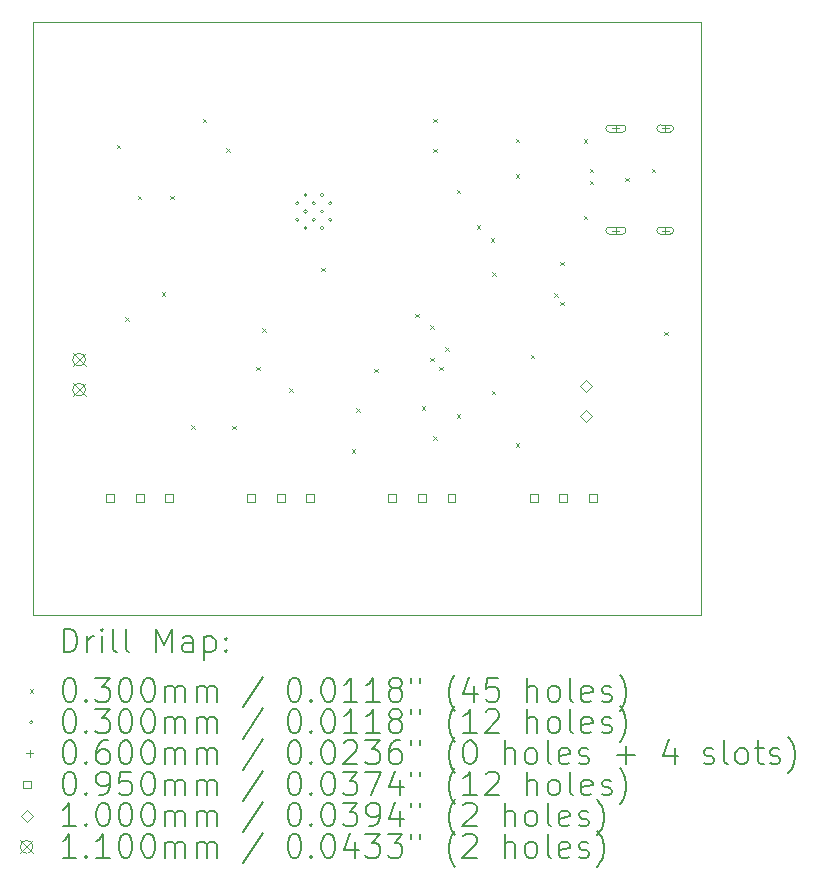
<source format=gbr>
%TF.GenerationSoftware,KiCad,Pcbnew,9.0.7*%
%TF.CreationDate,2026-01-19T10:27:03-08:00*%
%TF.ProjectId,Tesla Ambient Lighting,5465736c-6120-4416-9d62-69656e74204c,rev?*%
%TF.SameCoordinates,Original*%
%TF.FileFunction,Drillmap*%
%TF.FilePolarity,Positive*%
%FSLAX45Y45*%
G04 Gerber Fmt 4.5, Leading zero omitted, Abs format (unit mm)*
G04 Created by KiCad (PCBNEW 9.0.7) date 2026-01-19 10:27:03*
%MOMM*%
%LPD*%
G01*
G04 APERTURE LIST*
%ADD10C,0.050000*%
%ADD11C,0.200000*%
%ADD12C,0.100000*%
%ADD13C,0.110000*%
G04 APERTURE END LIST*
D10*
X11900000Y-7762500D02*
X17550000Y-7762500D01*
X17550000Y-12787500D01*
X11900000Y-12787500D01*
X11900000Y-7762500D01*
D11*
D12*
X12605000Y-8805000D02*
X12635000Y-8835000D01*
X12635000Y-8805000D02*
X12605000Y-8835000D01*
X12680000Y-10265000D02*
X12710000Y-10295000D01*
X12710000Y-10265000D02*
X12680000Y-10295000D01*
X12785000Y-9237500D02*
X12815000Y-9267500D01*
X12815000Y-9237500D02*
X12785000Y-9267500D01*
X12985000Y-10055000D02*
X13015000Y-10085000D01*
X13015000Y-10055000D02*
X12985000Y-10085000D01*
X13057000Y-9237500D02*
X13087000Y-9267500D01*
X13087000Y-9237500D02*
X13057000Y-9267500D01*
X13235000Y-11178750D02*
X13265000Y-11208750D01*
X13265000Y-11178750D02*
X13235000Y-11208750D01*
X13335000Y-8585000D02*
X13365000Y-8615000D01*
X13365000Y-8585000D02*
X13335000Y-8615000D01*
X13535000Y-8835000D02*
X13565000Y-8865000D01*
X13565000Y-8835000D02*
X13535000Y-8865000D01*
X13585000Y-11185000D02*
X13615000Y-11215000D01*
X13615000Y-11185000D02*
X13585000Y-11215000D01*
X13785000Y-10685000D02*
X13815000Y-10715000D01*
X13815000Y-10685000D02*
X13785000Y-10715000D01*
X13838500Y-10360000D02*
X13868500Y-10390000D01*
X13868500Y-10360000D02*
X13838500Y-10390000D01*
X14065000Y-10867000D02*
X14095000Y-10897000D01*
X14095000Y-10867000D02*
X14065000Y-10897000D01*
X14335000Y-9848500D02*
X14365000Y-9878500D01*
X14365000Y-9848500D02*
X14335000Y-9878500D01*
X14593750Y-11385000D02*
X14623750Y-11415000D01*
X14623750Y-11385000D02*
X14593750Y-11415000D01*
X14635000Y-11035000D02*
X14665000Y-11065000D01*
X14665000Y-11035000D02*
X14635000Y-11065000D01*
X14785000Y-10703000D02*
X14815000Y-10733000D01*
X14815000Y-10703000D02*
X14785000Y-10733000D01*
X15135000Y-10235000D02*
X15165000Y-10265000D01*
X15165000Y-10235000D02*
X15135000Y-10265000D01*
X15187500Y-11021500D02*
X15217500Y-11051500D01*
X15217500Y-11021500D02*
X15187500Y-11051500D01*
X15260000Y-10335000D02*
X15290000Y-10365000D01*
X15290000Y-10335000D02*
X15260000Y-10365000D01*
X15260000Y-10610000D02*
X15290000Y-10640000D01*
X15290000Y-10610000D02*
X15260000Y-10640000D01*
X15285000Y-8584000D02*
X15315000Y-8614000D01*
X15315000Y-8584000D02*
X15285000Y-8614000D01*
X15285000Y-8838000D02*
X15315000Y-8868000D01*
X15315000Y-8838000D02*
X15285000Y-8868000D01*
X15285000Y-11275000D02*
X15315000Y-11305000D01*
X15315000Y-11275000D02*
X15285000Y-11305000D01*
X15335000Y-10685000D02*
X15365000Y-10715000D01*
X15365000Y-10685000D02*
X15335000Y-10715000D01*
X15387600Y-10520047D02*
X15417600Y-10550047D01*
X15417600Y-10520047D02*
X15387600Y-10550047D01*
X15485000Y-9185000D02*
X15515000Y-9215000D01*
X15515000Y-9185000D02*
X15485000Y-9215000D01*
X15485000Y-11085000D02*
X15515000Y-11115000D01*
X15515000Y-11085000D02*
X15485000Y-11115000D01*
X15654900Y-9485000D02*
X15684900Y-9515000D01*
X15684900Y-9485000D02*
X15654900Y-9515000D01*
X15771759Y-9597709D02*
X15801759Y-9627709D01*
X15801759Y-9597709D02*
X15771759Y-9627709D01*
X15782500Y-10887500D02*
X15812500Y-10917500D01*
X15812500Y-10887500D02*
X15782500Y-10917500D01*
X15785000Y-9885000D02*
X15815000Y-9915000D01*
X15815000Y-9885000D02*
X15785000Y-9915000D01*
X15982750Y-8755000D02*
X16012750Y-8785000D01*
X16012750Y-8755000D02*
X15982750Y-8785000D01*
X15982750Y-9055000D02*
X16012750Y-9085000D01*
X16012750Y-9055000D02*
X15982750Y-9085000D01*
X15985000Y-11335000D02*
X16015000Y-11365000D01*
X16015000Y-11335000D02*
X15985000Y-11365000D01*
X16110000Y-10585000D02*
X16140000Y-10615000D01*
X16140000Y-10585000D02*
X16110000Y-10615000D01*
X16310000Y-10064500D02*
X16340000Y-10094500D01*
X16340000Y-10064500D02*
X16310000Y-10094500D01*
X16360000Y-9797500D02*
X16390000Y-9827500D01*
X16390000Y-9797500D02*
X16360000Y-9827500D01*
X16360000Y-10135000D02*
X16390000Y-10165000D01*
X16390000Y-10135000D02*
X16360000Y-10165000D01*
X16560000Y-8760000D02*
X16590000Y-8790000D01*
X16590000Y-8760000D02*
X16560000Y-8790000D01*
X16560500Y-9405000D02*
X16590500Y-9435000D01*
X16590500Y-9405000D02*
X16560500Y-9435000D01*
X16610000Y-9010000D02*
X16640000Y-9040000D01*
X16640000Y-9010000D02*
X16610000Y-9040000D01*
X16610000Y-9110000D02*
X16640000Y-9140000D01*
X16640000Y-9110000D02*
X16610000Y-9140000D01*
X16910000Y-9085000D02*
X16940000Y-9115000D01*
X16940000Y-9085000D02*
X16910000Y-9115000D01*
X17135000Y-9010000D02*
X17165000Y-9040000D01*
X17165000Y-9010000D02*
X17135000Y-9040000D01*
X17240000Y-10390000D02*
X17270000Y-10420000D01*
X17270000Y-10390000D02*
X17240000Y-10420000D01*
X14150000Y-9301000D02*
G75*
G02*
X14120000Y-9301000I-15000J0D01*
G01*
X14120000Y-9301000D02*
G75*
G02*
X14150000Y-9301000I15000J0D01*
G01*
X14150000Y-9441000D02*
G75*
G02*
X14120000Y-9441000I-15000J0D01*
G01*
X14120000Y-9441000D02*
G75*
G02*
X14150000Y-9441000I15000J0D01*
G01*
X14220000Y-9231000D02*
G75*
G02*
X14190000Y-9231000I-15000J0D01*
G01*
X14190000Y-9231000D02*
G75*
G02*
X14220000Y-9231000I15000J0D01*
G01*
X14220000Y-9371000D02*
G75*
G02*
X14190000Y-9371000I-15000J0D01*
G01*
X14190000Y-9371000D02*
G75*
G02*
X14220000Y-9371000I15000J0D01*
G01*
X14220000Y-9511000D02*
G75*
G02*
X14190000Y-9511000I-15000J0D01*
G01*
X14190000Y-9511000D02*
G75*
G02*
X14220000Y-9511000I15000J0D01*
G01*
X14290000Y-9301000D02*
G75*
G02*
X14260000Y-9301000I-15000J0D01*
G01*
X14260000Y-9301000D02*
G75*
G02*
X14290000Y-9301000I15000J0D01*
G01*
X14290000Y-9441000D02*
G75*
G02*
X14260000Y-9441000I-15000J0D01*
G01*
X14260000Y-9441000D02*
G75*
G02*
X14290000Y-9441000I15000J0D01*
G01*
X14360000Y-9231000D02*
G75*
G02*
X14330000Y-9231000I-15000J0D01*
G01*
X14330000Y-9231000D02*
G75*
G02*
X14360000Y-9231000I15000J0D01*
G01*
X14360000Y-9371000D02*
G75*
G02*
X14330000Y-9371000I-15000J0D01*
G01*
X14330000Y-9371000D02*
G75*
G02*
X14360000Y-9371000I15000J0D01*
G01*
X14360000Y-9511000D02*
G75*
G02*
X14330000Y-9511000I-15000J0D01*
G01*
X14330000Y-9511000D02*
G75*
G02*
X14360000Y-9511000I15000J0D01*
G01*
X14430000Y-9301000D02*
G75*
G02*
X14400000Y-9301000I-15000J0D01*
G01*
X14400000Y-9301000D02*
G75*
G02*
X14430000Y-9301000I15000J0D01*
G01*
X14430000Y-9441000D02*
G75*
G02*
X14400000Y-9441000I-15000J0D01*
G01*
X14400000Y-9441000D02*
G75*
G02*
X14430000Y-9441000I15000J0D01*
G01*
X16832000Y-8638000D02*
X16832000Y-8698000D01*
X16802000Y-8668000D02*
X16862000Y-8668000D01*
X16777000Y-8698000D02*
X16887000Y-8698000D01*
X16887000Y-8638000D02*
G75*
G02*
X16887000Y-8698000I0J-30000D01*
G01*
X16887000Y-8638000D02*
X16777000Y-8638000D01*
X16777000Y-8638000D02*
G75*
G03*
X16777000Y-8698000I0J-30000D01*
G01*
X16832000Y-9502000D02*
X16832000Y-9562000D01*
X16802000Y-9532000D02*
X16862000Y-9532000D01*
X16777000Y-9562000D02*
X16887000Y-9562000D01*
X16887000Y-9502000D02*
G75*
G02*
X16887000Y-9562000I0J-30000D01*
G01*
X16887000Y-9502000D02*
X16777000Y-9502000D01*
X16777000Y-9502000D02*
G75*
G03*
X16777000Y-9562000I0J-30000D01*
G01*
X17250000Y-8638000D02*
X17250000Y-8698000D01*
X17220000Y-8668000D02*
X17280000Y-8668000D01*
X17210000Y-8698000D02*
X17290000Y-8698000D01*
X17290000Y-8638000D02*
G75*
G02*
X17290000Y-8698000I0J-30000D01*
G01*
X17290000Y-8638000D02*
X17210000Y-8638000D01*
X17210000Y-8638000D02*
G75*
G03*
X17210000Y-8698000I0J-30000D01*
G01*
X17250000Y-9502000D02*
X17250000Y-9562000D01*
X17220000Y-9532000D02*
X17280000Y-9532000D01*
X17210000Y-9562000D02*
X17290000Y-9562000D01*
X17290000Y-9502000D02*
G75*
G02*
X17290000Y-9562000I0J-30000D01*
G01*
X17290000Y-9502000D02*
X17210000Y-9502000D01*
X17210000Y-9502000D02*
G75*
G03*
X17210000Y-9562000I0J-30000D01*
G01*
X12583588Y-11833588D02*
X12583588Y-11766412D01*
X12516412Y-11766412D01*
X12516412Y-11833588D01*
X12583588Y-11833588D01*
X12833588Y-11833588D02*
X12833588Y-11766412D01*
X12766412Y-11766412D01*
X12766412Y-11833588D01*
X12833588Y-11833588D01*
X13083588Y-11833588D02*
X13083588Y-11766412D01*
X13016412Y-11766412D01*
X13016412Y-11833588D01*
X13083588Y-11833588D01*
X13778588Y-11833588D02*
X13778588Y-11766412D01*
X13711412Y-11766412D01*
X13711412Y-11833588D01*
X13778588Y-11833588D01*
X14028588Y-11833588D02*
X14028588Y-11766412D01*
X13961412Y-11766412D01*
X13961412Y-11833588D01*
X14028588Y-11833588D01*
X14278588Y-11833588D02*
X14278588Y-11766412D01*
X14211412Y-11766412D01*
X14211412Y-11833588D01*
X14278588Y-11833588D01*
X14973588Y-11833588D02*
X14973588Y-11766412D01*
X14906412Y-11766412D01*
X14906412Y-11833588D01*
X14973588Y-11833588D01*
X15223588Y-11833588D02*
X15223588Y-11766412D01*
X15156412Y-11766412D01*
X15156412Y-11833588D01*
X15223588Y-11833588D01*
X15473588Y-11833588D02*
X15473588Y-11766412D01*
X15406412Y-11766412D01*
X15406412Y-11833588D01*
X15473588Y-11833588D01*
X16168588Y-11833588D02*
X16168588Y-11766412D01*
X16101412Y-11766412D01*
X16101412Y-11833588D01*
X16168588Y-11833588D01*
X16418588Y-11833588D02*
X16418588Y-11766412D01*
X16351412Y-11766412D01*
X16351412Y-11833588D01*
X16418588Y-11833588D01*
X16668588Y-11833588D02*
X16668588Y-11766412D01*
X16601412Y-11766412D01*
X16601412Y-11833588D01*
X16668588Y-11833588D01*
X16580500Y-10900000D02*
X16630500Y-10850000D01*
X16580500Y-10800000D01*
X16530500Y-10850000D01*
X16580500Y-10900000D01*
X16580500Y-11150000D02*
X16630500Y-11100000D01*
X16580500Y-11050000D01*
X16530500Y-11100000D01*
X16580500Y-11150000D01*
D13*
X12231750Y-10570000D02*
X12341750Y-10680000D01*
X12341750Y-10570000D02*
X12231750Y-10680000D01*
X12341750Y-10625000D02*
G75*
G02*
X12231750Y-10625000I-55000J0D01*
G01*
X12231750Y-10625000D02*
G75*
G02*
X12341750Y-10625000I55000J0D01*
G01*
X12231750Y-10824000D02*
X12341750Y-10934000D01*
X12341750Y-10824000D02*
X12231750Y-10934000D01*
X12341750Y-10879000D02*
G75*
G02*
X12231750Y-10879000I-55000J0D01*
G01*
X12231750Y-10879000D02*
G75*
G02*
X12341750Y-10879000I55000J0D01*
G01*
D11*
X12158277Y-13101484D02*
X12158277Y-12901484D01*
X12158277Y-12901484D02*
X12205896Y-12901484D01*
X12205896Y-12901484D02*
X12234467Y-12911008D01*
X12234467Y-12911008D02*
X12253515Y-12930055D01*
X12253515Y-12930055D02*
X12263039Y-12949103D01*
X12263039Y-12949103D02*
X12272562Y-12987198D01*
X12272562Y-12987198D02*
X12272562Y-13015769D01*
X12272562Y-13015769D02*
X12263039Y-13053865D01*
X12263039Y-13053865D02*
X12253515Y-13072912D01*
X12253515Y-13072912D02*
X12234467Y-13091960D01*
X12234467Y-13091960D02*
X12205896Y-13101484D01*
X12205896Y-13101484D02*
X12158277Y-13101484D01*
X12358277Y-13101484D02*
X12358277Y-12968150D01*
X12358277Y-13006246D02*
X12367801Y-12987198D01*
X12367801Y-12987198D02*
X12377324Y-12977674D01*
X12377324Y-12977674D02*
X12396372Y-12968150D01*
X12396372Y-12968150D02*
X12415420Y-12968150D01*
X12482086Y-13101484D02*
X12482086Y-12968150D01*
X12482086Y-12901484D02*
X12472562Y-12911008D01*
X12472562Y-12911008D02*
X12482086Y-12920531D01*
X12482086Y-12920531D02*
X12491610Y-12911008D01*
X12491610Y-12911008D02*
X12482086Y-12901484D01*
X12482086Y-12901484D02*
X12482086Y-12920531D01*
X12605896Y-13101484D02*
X12586848Y-13091960D01*
X12586848Y-13091960D02*
X12577324Y-13072912D01*
X12577324Y-13072912D02*
X12577324Y-12901484D01*
X12710658Y-13101484D02*
X12691610Y-13091960D01*
X12691610Y-13091960D02*
X12682086Y-13072912D01*
X12682086Y-13072912D02*
X12682086Y-12901484D01*
X12939229Y-13101484D02*
X12939229Y-12901484D01*
X12939229Y-12901484D02*
X13005896Y-13044341D01*
X13005896Y-13044341D02*
X13072562Y-12901484D01*
X13072562Y-12901484D02*
X13072562Y-13101484D01*
X13253515Y-13101484D02*
X13253515Y-12996722D01*
X13253515Y-12996722D02*
X13243991Y-12977674D01*
X13243991Y-12977674D02*
X13224943Y-12968150D01*
X13224943Y-12968150D02*
X13186848Y-12968150D01*
X13186848Y-12968150D02*
X13167801Y-12977674D01*
X13253515Y-13091960D02*
X13234467Y-13101484D01*
X13234467Y-13101484D02*
X13186848Y-13101484D01*
X13186848Y-13101484D02*
X13167801Y-13091960D01*
X13167801Y-13091960D02*
X13158277Y-13072912D01*
X13158277Y-13072912D02*
X13158277Y-13053865D01*
X13158277Y-13053865D02*
X13167801Y-13034817D01*
X13167801Y-13034817D02*
X13186848Y-13025293D01*
X13186848Y-13025293D02*
X13234467Y-13025293D01*
X13234467Y-13025293D02*
X13253515Y-13015769D01*
X13348753Y-12968150D02*
X13348753Y-13168150D01*
X13348753Y-12977674D02*
X13367801Y-12968150D01*
X13367801Y-12968150D02*
X13405896Y-12968150D01*
X13405896Y-12968150D02*
X13424943Y-12977674D01*
X13424943Y-12977674D02*
X13434467Y-12987198D01*
X13434467Y-12987198D02*
X13443991Y-13006246D01*
X13443991Y-13006246D02*
X13443991Y-13063388D01*
X13443991Y-13063388D02*
X13434467Y-13082436D01*
X13434467Y-13082436D02*
X13424943Y-13091960D01*
X13424943Y-13091960D02*
X13405896Y-13101484D01*
X13405896Y-13101484D02*
X13367801Y-13101484D01*
X13367801Y-13101484D02*
X13348753Y-13091960D01*
X13529705Y-13082436D02*
X13539229Y-13091960D01*
X13539229Y-13091960D02*
X13529705Y-13101484D01*
X13529705Y-13101484D02*
X13520182Y-13091960D01*
X13520182Y-13091960D02*
X13529705Y-13082436D01*
X13529705Y-13082436D02*
X13529705Y-13101484D01*
X13529705Y-12977674D02*
X13539229Y-12987198D01*
X13539229Y-12987198D02*
X13529705Y-12996722D01*
X13529705Y-12996722D02*
X13520182Y-12987198D01*
X13520182Y-12987198D02*
X13529705Y-12977674D01*
X13529705Y-12977674D02*
X13529705Y-12996722D01*
D12*
X11867500Y-13415000D02*
X11897500Y-13445000D01*
X11897500Y-13415000D02*
X11867500Y-13445000D01*
D11*
X12196372Y-13321484D02*
X12215420Y-13321484D01*
X12215420Y-13321484D02*
X12234467Y-13331008D01*
X12234467Y-13331008D02*
X12243991Y-13340531D01*
X12243991Y-13340531D02*
X12253515Y-13359579D01*
X12253515Y-13359579D02*
X12263039Y-13397674D01*
X12263039Y-13397674D02*
X12263039Y-13445293D01*
X12263039Y-13445293D02*
X12253515Y-13483388D01*
X12253515Y-13483388D02*
X12243991Y-13502436D01*
X12243991Y-13502436D02*
X12234467Y-13511960D01*
X12234467Y-13511960D02*
X12215420Y-13521484D01*
X12215420Y-13521484D02*
X12196372Y-13521484D01*
X12196372Y-13521484D02*
X12177324Y-13511960D01*
X12177324Y-13511960D02*
X12167801Y-13502436D01*
X12167801Y-13502436D02*
X12158277Y-13483388D01*
X12158277Y-13483388D02*
X12148753Y-13445293D01*
X12148753Y-13445293D02*
X12148753Y-13397674D01*
X12148753Y-13397674D02*
X12158277Y-13359579D01*
X12158277Y-13359579D02*
X12167801Y-13340531D01*
X12167801Y-13340531D02*
X12177324Y-13331008D01*
X12177324Y-13331008D02*
X12196372Y-13321484D01*
X12348753Y-13502436D02*
X12358277Y-13511960D01*
X12358277Y-13511960D02*
X12348753Y-13521484D01*
X12348753Y-13521484D02*
X12339229Y-13511960D01*
X12339229Y-13511960D02*
X12348753Y-13502436D01*
X12348753Y-13502436D02*
X12348753Y-13521484D01*
X12424943Y-13321484D02*
X12548753Y-13321484D01*
X12548753Y-13321484D02*
X12482086Y-13397674D01*
X12482086Y-13397674D02*
X12510658Y-13397674D01*
X12510658Y-13397674D02*
X12529705Y-13407198D01*
X12529705Y-13407198D02*
X12539229Y-13416722D01*
X12539229Y-13416722D02*
X12548753Y-13435769D01*
X12548753Y-13435769D02*
X12548753Y-13483388D01*
X12548753Y-13483388D02*
X12539229Y-13502436D01*
X12539229Y-13502436D02*
X12529705Y-13511960D01*
X12529705Y-13511960D02*
X12510658Y-13521484D01*
X12510658Y-13521484D02*
X12453515Y-13521484D01*
X12453515Y-13521484D02*
X12434467Y-13511960D01*
X12434467Y-13511960D02*
X12424943Y-13502436D01*
X12672562Y-13321484D02*
X12691610Y-13321484D01*
X12691610Y-13321484D02*
X12710658Y-13331008D01*
X12710658Y-13331008D02*
X12720182Y-13340531D01*
X12720182Y-13340531D02*
X12729705Y-13359579D01*
X12729705Y-13359579D02*
X12739229Y-13397674D01*
X12739229Y-13397674D02*
X12739229Y-13445293D01*
X12739229Y-13445293D02*
X12729705Y-13483388D01*
X12729705Y-13483388D02*
X12720182Y-13502436D01*
X12720182Y-13502436D02*
X12710658Y-13511960D01*
X12710658Y-13511960D02*
X12691610Y-13521484D01*
X12691610Y-13521484D02*
X12672562Y-13521484D01*
X12672562Y-13521484D02*
X12653515Y-13511960D01*
X12653515Y-13511960D02*
X12643991Y-13502436D01*
X12643991Y-13502436D02*
X12634467Y-13483388D01*
X12634467Y-13483388D02*
X12624943Y-13445293D01*
X12624943Y-13445293D02*
X12624943Y-13397674D01*
X12624943Y-13397674D02*
X12634467Y-13359579D01*
X12634467Y-13359579D02*
X12643991Y-13340531D01*
X12643991Y-13340531D02*
X12653515Y-13331008D01*
X12653515Y-13331008D02*
X12672562Y-13321484D01*
X12863039Y-13321484D02*
X12882086Y-13321484D01*
X12882086Y-13321484D02*
X12901134Y-13331008D01*
X12901134Y-13331008D02*
X12910658Y-13340531D01*
X12910658Y-13340531D02*
X12920182Y-13359579D01*
X12920182Y-13359579D02*
X12929705Y-13397674D01*
X12929705Y-13397674D02*
X12929705Y-13445293D01*
X12929705Y-13445293D02*
X12920182Y-13483388D01*
X12920182Y-13483388D02*
X12910658Y-13502436D01*
X12910658Y-13502436D02*
X12901134Y-13511960D01*
X12901134Y-13511960D02*
X12882086Y-13521484D01*
X12882086Y-13521484D02*
X12863039Y-13521484D01*
X12863039Y-13521484D02*
X12843991Y-13511960D01*
X12843991Y-13511960D02*
X12834467Y-13502436D01*
X12834467Y-13502436D02*
X12824943Y-13483388D01*
X12824943Y-13483388D02*
X12815420Y-13445293D01*
X12815420Y-13445293D02*
X12815420Y-13397674D01*
X12815420Y-13397674D02*
X12824943Y-13359579D01*
X12824943Y-13359579D02*
X12834467Y-13340531D01*
X12834467Y-13340531D02*
X12843991Y-13331008D01*
X12843991Y-13331008D02*
X12863039Y-13321484D01*
X13015420Y-13521484D02*
X13015420Y-13388150D01*
X13015420Y-13407198D02*
X13024943Y-13397674D01*
X13024943Y-13397674D02*
X13043991Y-13388150D01*
X13043991Y-13388150D02*
X13072563Y-13388150D01*
X13072563Y-13388150D02*
X13091610Y-13397674D01*
X13091610Y-13397674D02*
X13101134Y-13416722D01*
X13101134Y-13416722D02*
X13101134Y-13521484D01*
X13101134Y-13416722D02*
X13110658Y-13397674D01*
X13110658Y-13397674D02*
X13129705Y-13388150D01*
X13129705Y-13388150D02*
X13158277Y-13388150D01*
X13158277Y-13388150D02*
X13177324Y-13397674D01*
X13177324Y-13397674D02*
X13186848Y-13416722D01*
X13186848Y-13416722D02*
X13186848Y-13521484D01*
X13282086Y-13521484D02*
X13282086Y-13388150D01*
X13282086Y-13407198D02*
X13291610Y-13397674D01*
X13291610Y-13397674D02*
X13310658Y-13388150D01*
X13310658Y-13388150D02*
X13339229Y-13388150D01*
X13339229Y-13388150D02*
X13358277Y-13397674D01*
X13358277Y-13397674D02*
X13367801Y-13416722D01*
X13367801Y-13416722D02*
X13367801Y-13521484D01*
X13367801Y-13416722D02*
X13377324Y-13397674D01*
X13377324Y-13397674D02*
X13396372Y-13388150D01*
X13396372Y-13388150D02*
X13424943Y-13388150D01*
X13424943Y-13388150D02*
X13443991Y-13397674D01*
X13443991Y-13397674D02*
X13453515Y-13416722D01*
X13453515Y-13416722D02*
X13453515Y-13521484D01*
X13843991Y-13311960D02*
X13672563Y-13569103D01*
X14101134Y-13321484D02*
X14120182Y-13321484D01*
X14120182Y-13321484D02*
X14139229Y-13331008D01*
X14139229Y-13331008D02*
X14148753Y-13340531D01*
X14148753Y-13340531D02*
X14158277Y-13359579D01*
X14158277Y-13359579D02*
X14167801Y-13397674D01*
X14167801Y-13397674D02*
X14167801Y-13445293D01*
X14167801Y-13445293D02*
X14158277Y-13483388D01*
X14158277Y-13483388D02*
X14148753Y-13502436D01*
X14148753Y-13502436D02*
X14139229Y-13511960D01*
X14139229Y-13511960D02*
X14120182Y-13521484D01*
X14120182Y-13521484D02*
X14101134Y-13521484D01*
X14101134Y-13521484D02*
X14082086Y-13511960D01*
X14082086Y-13511960D02*
X14072563Y-13502436D01*
X14072563Y-13502436D02*
X14063039Y-13483388D01*
X14063039Y-13483388D02*
X14053515Y-13445293D01*
X14053515Y-13445293D02*
X14053515Y-13397674D01*
X14053515Y-13397674D02*
X14063039Y-13359579D01*
X14063039Y-13359579D02*
X14072563Y-13340531D01*
X14072563Y-13340531D02*
X14082086Y-13331008D01*
X14082086Y-13331008D02*
X14101134Y-13321484D01*
X14253515Y-13502436D02*
X14263039Y-13511960D01*
X14263039Y-13511960D02*
X14253515Y-13521484D01*
X14253515Y-13521484D02*
X14243991Y-13511960D01*
X14243991Y-13511960D02*
X14253515Y-13502436D01*
X14253515Y-13502436D02*
X14253515Y-13521484D01*
X14386848Y-13321484D02*
X14405896Y-13321484D01*
X14405896Y-13321484D02*
X14424944Y-13331008D01*
X14424944Y-13331008D02*
X14434467Y-13340531D01*
X14434467Y-13340531D02*
X14443991Y-13359579D01*
X14443991Y-13359579D02*
X14453515Y-13397674D01*
X14453515Y-13397674D02*
X14453515Y-13445293D01*
X14453515Y-13445293D02*
X14443991Y-13483388D01*
X14443991Y-13483388D02*
X14434467Y-13502436D01*
X14434467Y-13502436D02*
X14424944Y-13511960D01*
X14424944Y-13511960D02*
X14405896Y-13521484D01*
X14405896Y-13521484D02*
X14386848Y-13521484D01*
X14386848Y-13521484D02*
X14367801Y-13511960D01*
X14367801Y-13511960D02*
X14358277Y-13502436D01*
X14358277Y-13502436D02*
X14348753Y-13483388D01*
X14348753Y-13483388D02*
X14339229Y-13445293D01*
X14339229Y-13445293D02*
X14339229Y-13397674D01*
X14339229Y-13397674D02*
X14348753Y-13359579D01*
X14348753Y-13359579D02*
X14358277Y-13340531D01*
X14358277Y-13340531D02*
X14367801Y-13331008D01*
X14367801Y-13331008D02*
X14386848Y-13321484D01*
X14643991Y-13521484D02*
X14529706Y-13521484D01*
X14586848Y-13521484D02*
X14586848Y-13321484D01*
X14586848Y-13321484D02*
X14567801Y-13350055D01*
X14567801Y-13350055D02*
X14548753Y-13369103D01*
X14548753Y-13369103D02*
X14529706Y-13378627D01*
X14834467Y-13521484D02*
X14720182Y-13521484D01*
X14777325Y-13521484D02*
X14777325Y-13321484D01*
X14777325Y-13321484D02*
X14758277Y-13350055D01*
X14758277Y-13350055D02*
X14739229Y-13369103D01*
X14739229Y-13369103D02*
X14720182Y-13378627D01*
X14948753Y-13407198D02*
X14929706Y-13397674D01*
X14929706Y-13397674D02*
X14920182Y-13388150D01*
X14920182Y-13388150D02*
X14910658Y-13369103D01*
X14910658Y-13369103D02*
X14910658Y-13359579D01*
X14910658Y-13359579D02*
X14920182Y-13340531D01*
X14920182Y-13340531D02*
X14929706Y-13331008D01*
X14929706Y-13331008D02*
X14948753Y-13321484D01*
X14948753Y-13321484D02*
X14986848Y-13321484D01*
X14986848Y-13321484D02*
X15005896Y-13331008D01*
X15005896Y-13331008D02*
X15015420Y-13340531D01*
X15015420Y-13340531D02*
X15024944Y-13359579D01*
X15024944Y-13359579D02*
X15024944Y-13369103D01*
X15024944Y-13369103D02*
X15015420Y-13388150D01*
X15015420Y-13388150D02*
X15005896Y-13397674D01*
X15005896Y-13397674D02*
X14986848Y-13407198D01*
X14986848Y-13407198D02*
X14948753Y-13407198D01*
X14948753Y-13407198D02*
X14929706Y-13416722D01*
X14929706Y-13416722D02*
X14920182Y-13426246D01*
X14920182Y-13426246D02*
X14910658Y-13445293D01*
X14910658Y-13445293D02*
X14910658Y-13483388D01*
X14910658Y-13483388D02*
X14920182Y-13502436D01*
X14920182Y-13502436D02*
X14929706Y-13511960D01*
X14929706Y-13511960D02*
X14948753Y-13521484D01*
X14948753Y-13521484D02*
X14986848Y-13521484D01*
X14986848Y-13521484D02*
X15005896Y-13511960D01*
X15005896Y-13511960D02*
X15015420Y-13502436D01*
X15015420Y-13502436D02*
X15024944Y-13483388D01*
X15024944Y-13483388D02*
X15024944Y-13445293D01*
X15024944Y-13445293D02*
X15015420Y-13426246D01*
X15015420Y-13426246D02*
X15005896Y-13416722D01*
X15005896Y-13416722D02*
X14986848Y-13407198D01*
X15101134Y-13321484D02*
X15101134Y-13359579D01*
X15177325Y-13321484D02*
X15177325Y-13359579D01*
X15472563Y-13597674D02*
X15463039Y-13588150D01*
X15463039Y-13588150D02*
X15443991Y-13559579D01*
X15443991Y-13559579D02*
X15434468Y-13540531D01*
X15434468Y-13540531D02*
X15424944Y-13511960D01*
X15424944Y-13511960D02*
X15415420Y-13464341D01*
X15415420Y-13464341D02*
X15415420Y-13426246D01*
X15415420Y-13426246D02*
X15424944Y-13378627D01*
X15424944Y-13378627D02*
X15434468Y-13350055D01*
X15434468Y-13350055D02*
X15443991Y-13331008D01*
X15443991Y-13331008D02*
X15463039Y-13302436D01*
X15463039Y-13302436D02*
X15472563Y-13292912D01*
X15634468Y-13388150D02*
X15634468Y-13521484D01*
X15586848Y-13311960D02*
X15539229Y-13454817D01*
X15539229Y-13454817D02*
X15663039Y-13454817D01*
X15834468Y-13321484D02*
X15739229Y-13321484D01*
X15739229Y-13321484D02*
X15729706Y-13416722D01*
X15729706Y-13416722D02*
X15739229Y-13407198D01*
X15739229Y-13407198D02*
X15758277Y-13397674D01*
X15758277Y-13397674D02*
X15805896Y-13397674D01*
X15805896Y-13397674D02*
X15824944Y-13407198D01*
X15824944Y-13407198D02*
X15834468Y-13416722D01*
X15834468Y-13416722D02*
X15843991Y-13435769D01*
X15843991Y-13435769D02*
X15843991Y-13483388D01*
X15843991Y-13483388D02*
X15834468Y-13502436D01*
X15834468Y-13502436D02*
X15824944Y-13511960D01*
X15824944Y-13511960D02*
X15805896Y-13521484D01*
X15805896Y-13521484D02*
X15758277Y-13521484D01*
X15758277Y-13521484D02*
X15739229Y-13511960D01*
X15739229Y-13511960D02*
X15729706Y-13502436D01*
X16082087Y-13521484D02*
X16082087Y-13321484D01*
X16167801Y-13521484D02*
X16167801Y-13416722D01*
X16167801Y-13416722D02*
X16158277Y-13397674D01*
X16158277Y-13397674D02*
X16139230Y-13388150D01*
X16139230Y-13388150D02*
X16110658Y-13388150D01*
X16110658Y-13388150D02*
X16091610Y-13397674D01*
X16091610Y-13397674D02*
X16082087Y-13407198D01*
X16291610Y-13521484D02*
X16272563Y-13511960D01*
X16272563Y-13511960D02*
X16263039Y-13502436D01*
X16263039Y-13502436D02*
X16253515Y-13483388D01*
X16253515Y-13483388D02*
X16253515Y-13426246D01*
X16253515Y-13426246D02*
X16263039Y-13407198D01*
X16263039Y-13407198D02*
X16272563Y-13397674D01*
X16272563Y-13397674D02*
X16291610Y-13388150D01*
X16291610Y-13388150D02*
X16320182Y-13388150D01*
X16320182Y-13388150D02*
X16339230Y-13397674D01*
X16339230Y-13397674D02*
X16348753Y-13407198D01*
X16348753Y-13407198D02*
X16358277Y-13426246D01*
X16358277Y-13426246D02*
X16358277Y-13483388D01*
X16358277Y-13483388D02*
X16348753Y-13502436D01*
X16348753Y-13502436D02*
X16339230Y-13511960D01*
X16339230Y-13511960D02*
X16320182Y-13521484D01*
X16320182Y-13521484D02*
X16291610Y-13521484D01*
X16472563Y-13521484D02*
X16453515Y-13511960D01*
X16453515Y-13511960D02*
X16443991Y-13492912D01*
X16443991Y-13492912D02*
X16443991Y-13321484D01*
X16624944Y-13511960D02*
X16605896Y-13521484D01*
X16605896Y-13521484D02*
X16567801Y-13521484D01*
X16567801Y-13521484D02*
X16548753Y-13511960D01*
X16548753Y-13511960D02*
X16539230Y-13492912D01*
X16539230Y-13492912D02*
X16539230Y-13416722D01*
X16539230Y-13416722D02*
X16548753Y-13397674D01*
X16548753Y-13397674D02*
X16567801Y-13388150D01*
X16567801Y-13388150D02*
X16605896Y-13388150D01*
X16605896Y-13388150D02*
X16624944Y-13397674D01*
X16624944Y-13397674D02*
X16634468Y-13416722D01*
X16634468Y-13416722D02*
X16634468Y-13435769D01*
X16634468Y-13435769D02*
X16539230Y-13454817D01*
X16710658Y-13511960D02*
X16729706Y-13521484D01*
X16729706Y-13521484D02*
X16767801Y-13521484D01*
X16767801Y-13521484D02*
X16786849Y-13511960D01*
X16786849Y-13511960D02*
X16796373Y-13492912D01*
X16796373Y-13492912D02*
X16796373Y-13483388D01*
X16796373Y-13483388D02*
X16786849Y-13464341D01*
X16786849Y-13464341D02*
X16767801Y-13454817D01*
X16767801Y-13454817D02*
X16739230Y-13454817D01*
X16739230Y-13454817D02*
X16720182Y-13445293D01*
X16720182Y-13445293D02*
X16710658Y-13426246D01*
X16710658Y-13426246D02*
X16710658Y-13416722D01*
X16710658Y-13416722D02*
X16720182Y-13397674D01*
X16720182Y-13397674D02*
X16739230Y-13388150D01*
X16739230Y-13388150D02*
X16767801Y-13388150D01*
X16767801Y-13388150D02*
X16786849Y-13397674D01*
X16863039Y-13597674D02*
X16872563Y-13588150D01*
X16872563Y-13588150D02*
X16891611Y-13559579D01*
X16891611Y-13559579D02*
X16901134Y-13540531D01*
X16901134Y-13540531D02*
X16910658Y-13511960D01*
X16910658Y-13511960D02*
X16920182Y-13464341D01*
X16920182Y-13464341D02*
X16920182Y-13426246D01*
X16920182Y-13426246D02*
X16910658Y-13378627D01*
X16910658Y-13378627D02*
X16901134Y-13350055D01*
X16901134Y-13350055D02*
X16891611Y-13331008D01*
X16891611Y-13331008D02*
X16872563Y-13302436D01*
X16872563Y-13302436D02*
X16863039Y-13292912D01*
D12*
X11897500Y-13694000D02*
G75*
G02*
X11867500Y-13694000I-15000J0D01*
G01*
X11867500Y-13694000D02*
G75*
G02*
X11897500Y-13694000I15000J0D01*
G01*
D11*
X12196372Y-13585484D02*
X12215420Y-13585484D01*
X12215420Y-13585484D02*
X12234467Y-13595008D01*
X12234467Y-13595008D02*
X12243991Y-13604531D01*
X12243991Y-13604531D02*
X12253515Y-13623579D01*
X12253515Y-13623579D02*
X12263039Y-13661674D01*
X12263039Y-13661674D02*
X12263039Y-13709293D01*
X12263039Y-13709293D02*
X12253515Y-13747388D01*
X12253515Y-13747388D02*
X12243991Y-13766436D01*
X12243991Y-13766436D02*
X12234467Y-13775960D01*
X12234467Y-13775960D02*
X12215420Y-13785484D01*
X12215420Y-13785484D02*
X12196372Y-13785484D01*
X12196372Y-13785484D02*
X12177324Y-13775960D01*
X12177324Y-13775960D02*
X12167801Y-13766436D01*
X12167801Y-13766436D02*
X12158277Y-13747388D01*
X12158277Y-13747388D02*
X12148753Y-13709293D01*
X12148753Y-13709293D02*
X12148753Y-13661674D01*
X12148753Y-13661674D02*
X12158277Y-13623579D01*
X12158277Y-13623579D02*
X12167801Y-13604531D01*
X12167801Y-13604531D02*
X12177324Y-13595008D01*
X12177324Y-13595008D02*
X12196372Y-13585484D01*
X12348753Y-13766436D02*
X12358277Y-13775960D01*
X12358277Y-13775960D02*
X12348753Y-13785484D01*
X12348753Y-13785484D02*
X12339229Y-13775960D01*
X12339229Y-13775960D02*
X12348753Y-13766436D01*
X12348753Y-13766436D02*
X12348753Y-13785484D01*
X12424943Y-13585484D02*
X12548753Y-13585484D01*
X12548753Y-13585484D02*
X12482086Y-13661674D01*
X12482086Y-13661674D02*
X12510658Y-13661674D01*
X12510658Y-13661674D02*
X12529705Y-13671198D01*
X12529705Y-13671198D02*
X12539229Y-13680722D01*
X12539229Y-13680722D02*
X12548753Y-13699769D01*
X12548753Y-13699769D02*
X12548753Y-13747388D01*
X12548753Y-13747388D02*
X12539229Y-13766436D01*
X12539229Y-13766436D02*
X12529705Y-13775960D01*
X12529705Y-13775960D02*
X12510658Y-13785484D01*
X12510658Y-13785484D02*
X12453515Y-13785484D01*
X12453515Y-13785484D02*
X12434467Y-13775960D01*
X12434467Y-13775960D02*
X12424943Y-13766436D01*
X12672562Y-13585484D02*
X12691610Y-13585484D01*
X12691610Y-13585484D02*
X12710658Y-13595008D01*
X12710658Y-13595008D02*
X12720182Y-13604531D01*
X12720182Y-13604531D02*
X12729705Y-13623579D01*
X12729705Y-13623579D02*
X12739229Y-13661674D01*
X12739229Y-13661674D02*
X12739229Y-13709293D01*
X12739229Y-13709293D02*
X12729705Y-13747388D01*
X12729705Y-13747388D02*
X12720182Y-13766436D01*
X12720182Y-13766436D02*
X12710658Y-13775960D01*
X12710658Y-13775960D02*
X12691610Y-13785484D01*
X12691610Y-13785484D02*
X12672562Y-13785484D01*
X12672562Y-13785484D02*
X12653515Y-13775960D01*
X12653515Y-13775960D02*
X12643991Y-13766436D01*
X12643991Y-13766436D02*
X12634467Y-13747388D01*
X12634467Y-13747388D02*
X12624943Y-13709293D01*
X12624943Y-13709293D02*
X12624943Y-13661674D01*
X12624943Y-13661674D02*
X12634467Y-13623579D01*
X12634467Y-13623579D02*
X12643991Y-13604531D01*
X12643991Y-13604531D02*
X12653515Y-13595008D01*
X12653515Y-13595008D02*
X12672562Y-13585484D01*
X12863039Y-13585484D02*
X12882086Y-13585484D01*
X12882086Y-13585484D02*
X12901134Y-13595008D01*
X12901134Y-13595008D02*
X12910658Y-13604531D01*
X12910658Y-13604531D02*
X12920182Y-13623579D01*
X12920182Y-13623579D02*
X12929705Y-13661674D01*
X12929705Y-13661674D02*
X12929705Y-13709293D01*
X12929705Y-13709293D02*
X12920182Y-13747388D01*
X12920182Y-13747388D02*
X12910658Y-13766436D01*
X12910658Y-13766436D02*
X12901134Y-13775960D01*
X12901134Y-13775960D02*
X12882086Y-13785484D01*
X12882086Y-13785484D02*
X12863039Y-13785484D01*
X12863039Y-13785484D02*
X12843991Y-13775960D01*
X12843991Y-13775960D02*
X12834467Y-13766436D01*
X12834467Y-13766436D02*
X12824943Y-13747388D01*
X12824943Y-13747388D02*
X12815420Y-13709293D01*
X12815420Y-13709293D02*
X12815420Y-13661674D01*
X12815420Y-13661674D02*
X12824943Y-13623579D01*
X12824943Y-13623579D02*
X12834467Y-13604531D01*
X12834467Y-13604531D02*
X12843991Y-13595008D01*
X12843991Y-13595008D02*
X12863039Y-13585484D01*
X13015420Y-13785484D02*
X13015420Y-13652150D01*
X13015420Y-13671198D02*
X13024943Y-13661674D01*
X13024943Y-13661674D02*
X13043991Y-13652150D01*
X13043991Y-13652150D02*
X13072563Y-13652150D01*
X13072563Y-13652150D02*
X13091610Y-13661674D01*
X13091610Y-13661674D02*
X13101134Y-13680722D01*
X13101134Y-13680722D02*
X13101134Y-13785484D01*
X13101134Y-13680722D02*
X13110658Y-13661674D01*
X13110658Y-13661674D02*
X13129705Y-13652150D01*
X13129705Y-13652150D02*
X13158277Y-13652150D01*
X13158277Y-13652150D02*
X13177324Y-13661674D01*
X13177324Y-13661674D02*
X13186848Y-13680722D01*
X13186848Y-13680722D02*
X13186848Y-13785484D01*
X13282086Y-13785484D02*
X13282086Y-13652150D01*
X13282086Y-13671198D02*
X13291610Y-13661674D01*
X13291610Y-13661674D02*
X13310658Y-13652150D01*
X13310658Y-13652150D02*
X13339229Y-13652150D01*
X13339229Y-13652150D02*
X13358277Y-13661674D01*
X13358277Y-13661674D02*
X13367801Y-13680722D01*
X13367801Y-13680722D02*
X13367801Y-13785484D01*
X13367801Y-13680722D02*
X13377324Y-13661674D01*
X13377324Y-13661674D02*
X13396372Y-13652150D01*
X13396372Y-13652150D02*
X13424943Y-13652150D01*
X13424943Y-13652150D02*
X13443991Y-13661674D01*
X13443991Y-13661674D02*
X13453515Y-13680722D01*
X13453515Y-13680722D02*
X13453515Y-13785484D01*
X13843991Y-13575960D02*
X13672563Y-13833103D01*
X14101134Y-13585484D02*
X14120182Y-13585484D01*
X14120182Y-13585484D02*
X14139229Y-13595008D01*
X14139229Y-13595008D02*
X14148753Y-13604531D01*
X14148753Y-13604531D02*
X14158277Y-13623579D01*
X14158277Y-13623579D02*
X14167801Y-13661674D01*
X14167801Y-13661674D02*
X14167801Y-13709293D01*
X14167801Y-13709293D02*
X14158277Y-13747388D01*
X14158277Y-13747388D02*
X14148753Y-13766436D01*
X14148753Y-13766436D02*
X14139229Y-13775960D01*
X14139229Y-13775960D02*
X14120182Y-13785484D01*
X14120182Y-13785484D02*
X14101134Y-13785484D01*
X14101134Y-13785484D02*
X14082086Y-13775960D01*
X14082086Y-13775960D02*
X14072563Y-13766436D01*
X14072563Y-13766436D02*
X14063039Y-13747388D01*
X14063039Y-13747388D02*
X14053515Y-13709293D01*
X14053515Y-13709293D02*
X14053515Y-13661674D01*
X14053515Y-13661674D02*
X14063039Y-13623579D01*
X14063039Y-13623579D02*
X14072563Y-13604531D01*
X14072563Y-13604531D02*
X14082086Y-13595008D01*
X14082086Y-13595008D02*
X14101134Y-13585484D01*
X14253515Y-13766436D02*
X14263039Y-13775960D01*
X14263039Y-13775960D02*
X14253515Y-13785484D01*
X14253515Y-13785484D02*
X14243991Y-13775960D01*
X14243991Y-13775960D02*
X14253515Y-13766436D01*
X14253515Y-13766436D02*
X14253515Y-13785484D01*
X14386848Y-13585484D02*
X14405896Y-13585484D01*
X14405896Y-13585484D02*
X14424944Y-13595008D01*
X14424944Y-13595008D02*
X14434467Y-13604531D01*
X14434467Y-13604531D02*
X14443991Y-13623579D01*
X14443991Y-13623579D02*
X14453515Y-13661674D01*
X14453515Y-13661674D02*
X14453515Y-13709293D01*
X14453515Y-13709293D02*
X14443991Y-13747388D01*
X14443991Y-13747388D02*
X14434467Y-13766436D01*
X14434467Y-13766436D02*
X14424944Y-13775960D01*
X14424944Y-13775960D02*
X14405896Y-13785484D01*
X14405896Y-13785484D02*
X14386848Y-13785484D01*
X14386848Y-13785484D02*
X14367801Y-13775960D01*
X14367801Y-13775960D02*
X14358277Y-13766436D01*
X14358277Y-13766436D02*
X14348753Y-13747388D01*
X14348753Y-13747388D02*
X14339229Y-13709293D01*
X14339229Y-13709293D02*
X14339229Y-13661674D01*
X14339229Y-13661674D02*
X14348753Y-13623579D01*
X14348753Y-13623579D02*
X14358277Y-13604531D01*
X14358277Y-13604531D02*
X14367801Y-13595008D01*
X14367801Y-13595008D02*
X14386848Y-13585484D01*
X14643991Y-13785484D02*
X14529706Y-13785484D01*
X14586848Y-13785484D02*
X14586848Y-13585484D01*
X14586848Y-13585484D02*
X14567801Y-13614055D01*
X14567801Y-13614055D02*
X14548753Y-13633103D01*
X14548753Y-13633103D02*
X14529706Y-13642627D01*
X14834467Y-13785484D02*
X14720182Y-13785484D01*
X14777325Y-13785484D02*
X14777325Y-13585484D01*
X14777325Y-13585484D02*
X14758277Y-13614055D01*
X14758277Y-13614055D02*
X14739229Y-13633103D01*
X14739229Y-13633103D02*
X14720182Y-13642627D01*
X14948753Y-13671198D02*
X14929706Y-13661674D01*
X14929706Y-13661674D02*
X14920182Y-13652150D01*
X14920182Y-13652150D02*
X14910658Y-13633103D01*
X14910658Y-13633103D02*
X14910658Y-13623579D01*
X14910658Y-13623579D02*
X14920182Y-13604531D01*
X14920182Y-13604531D02*
X14929706Y-13595008D01*
X14929706Y-13595008D02*
X14948753Y-13585484D01*
X14948753Y-13585484D02*
X14986848Y-13585484D01*
X14986848Y-13585484D02*
X15005896Y-13595008D01*
X15005896Y-13595008D02*
X15015420Y-13604531D01*
X15015420Y-13604531D02*
X15024944Y-13623579D01*
X15024944Y-13623579D02*
X15024944Y-13633103D01*
X15024944Y-13633103D02*
X15015420Y-13652150D01*
X15015420Y-13652150D02*
X15005896Y-13661674D01*
X15005896Y-13661674D02*
X14986848Y-13671198D01*
X14986848Y-13671198D02*
X14948753Y-13671198D01*
X14948753Y-13671198D02*
X14929706Y-13680722D01*
X14929706Y-13680722D02*
X14920182Y-13690246D01*
X14920182Y-13690246D02*
X14910658Y-13709293D01*
X14910658Y-13709293D02*
X14910658Y-13747388D01*
X14910658Y-13747388D02*
X14920182Y-13766436D01*
X14920182Y-13766436D02*
X14929706Y-13775960D01*
X14929706Y-13775960D02*
X14948753Y-13785484D01*
X14948753Y-13785484D02*
X14986848Y-13785484D01*
X14986848Y-13785484D02*
X15005896Y-13775960D01*
X15005896Y-13775960D02*
X15015420Y-13766436D01*
X15015420Y-13766436D02*
X15024944Y-13747388D01*
X15024944Y-13747388D02*
X15024944Y-13709293D01*
X15024944Y-13709293D02*
X15015420Y-13690246D01*
X15015420Y-13690246D02*
X15005896Y-13680722D01*
X15005896Y-13680722D02*
X14986848Y-13671198D01*
X15101134Y-13585484D02*
X15101134Y-13623579D01*
X15177325Y-13585484D02*
X15177325Y-13623579D01*
X15472563Y-13861674D02*
X15463039Y-13852150D01*
X15463039Y-13852150D02*
X15443991Y-13823579D01*
X15443991Y-13823579D02*
X15434468Y-13804531D01*
X15434468Y-13804531D02*
X15424944Y-13775960D01*
X15424944Y-13775960D02*
X15415420Y-13728341D01*
X15415420Y-13728341D02*
X15415420Y-13690246D01*
X15415420Y-13690246D02*
X15424944Y-13642627D01*
X15424944Y-13642627D02*
X15434468Y-13614055D01*
X15434468Y-13614055D02*
X15443991Y-13595008D01*
X15443991Y-13595008D02*
X15463039Y-13566436D01*
X15463039Y-13566436D02*
X15472563Y-13556912D01*
X15653515Y-13785484D02*
X15539229Y-13785484D01*
X15596372Y-13785484D02*
X15596372Y-13585484D01*
X15596372Y-13585484D02*
X15577325Y-13614055D01*
X15577325Y-13614055D02*
X15558277Y-13633103D01*
X15558277Y-13633103D02*
X15539229Y-13642627D01*
X15729706Y-13604531D02*
X15739229Y-13595008D01*
X15739229Y-13595008D02*
X15758277Y-13585484D01*
X15758277Y-13585484D02*
X15805896Y-13585484D01*
X15805896Y-13585484D02*
X15824944Y-13595008D01*
X15824944Y-13595008D02*
X15834468Y-13604531D01*
X15834468Y-13604531D02*
X15843991Y-13623579D01*
X15843991Y-13623579D02*
X15843991Y-13642627D01*
X15843991Y-13642627D02*
X15834468Y-13671198D01*
X15834468Y-13671198D02*
X15720182Y-13785484D01*
X15720182Y-13785484D02*
X15843991Y-13785484D01*
X16082087Y-13785484D02*
X16082087Y-13585484D01*
X16167801Y-13785484D02*
X16167801Y-13680722D01*
X16167801Y-13680722D02*
X16158277Y-13661674D01*
X16158277Y-13661674D02*
X16139230Y-13652150D01*
X16139230Y-13652150D02*
X16110658Y-13652150D01*
X16110658Y-13652150D02*
X16091610Y-13661674D01*
X16091610Y-13661674D02*
X16082087Y-13671198D01*
X16291610Y-13785484D02*
X16272563Y-13775960D01*
X16272563Y-13775960D02*
X16263039Y-13766436D01*
X16263039Y-13766436D02*
X16253515Y-13747388D01*
X16253515Y-13747388D02*
X16253515Y-13690246D01*
X16253515Y-13690246D02*
X16263039Y-13671198D01*
X16263039Y-13671198D02*
X16272563Y-13661674D01*
X16272563Y-13661674D02*
X16291610Y-13652150D01*
X16291610Y-13652150D02*
X16320182Y-13652150D01*
X16320182Y-13652150D02*
X16339230Y-13661674D01*
X16339230Y-13661674D02*
X16348753Y-13671198D01*
X16348753Y-13671198D02*
X16358277Y-13690246D01*
X16358277Y-13690246D02*
X16358277Y-13747388D01*
X16358277Y-13747388D02*
X16348753Y-13766436D01*
X16348753Y-13766436D02*
X16339230Y-13775960D01*
X16339230Y-13775960D02*
X16320182Y-13785484D01*
X16320182Y-13785484D02*
X16291610Y-13785484D01*
X16472563Y-13785484D02*
X16453515Y-13775960D01*
X16453515Y-13775960D02*
X16443991Y-13756912D01*
X16443991Y-13756912D02*
X16443991Y-13585484D01*
X16624944Y-13775960D02*
X16605896Y-13785484D01*
X16605896Y-13785484D02*
X16567801Y-13785484D01*
X16567801Y-13785484D02*
X16548753Y-13775960D01*
X16548753Y-13775960D02*
X16539230Y-13756912D01*
X16539230Y-13756912D02*
X16539230Y-13680722D01*
X16539230Y-13680722D02*
X16548753Y-13661674D01*
X16548753Y-13661674D02*
X16567801Y-13652150D01*
X16567801Y-13652150D02*
X16605896Y-13652150D01*
X16605896Y-13652150D02*
X16624944Y-13661674D01*
X16624944Y-13661674D02*
X16634468Y-13680722D01*
X16634468Y-13680722D02*
X16634468Y-13699769D01*
X16634468Y-13699769D02*
X16539230Y-13718817D01*
X16710658Y-13775960D02*
X16729706Y-13785484D01*
X16729706Y-13785484D02*
X16767801Y-13785484D01*
X16767801Y-13785484D02*
X16786849Y-13775960D01*
X16786849Y-13775960D02*
X16796373Y-13756912D01*
X16796373Y-13756912D02*
X16796373Y-13747388D01*
X16796373Y-13747388D02*
X16786849Y-13728341D01*
X16786849Y-13728341D02*
X16767801Y-13718817D01*
X16767801Y-13718817D02*
X16739230Y-13718817D01*
X16739230Y-13718817D02*
X16720182Y-13709293D01*
X16720182Y-13709293D02*
X16710658Y-13690246D01*
X16710658Y-13690246D02*
X16710658Y-13680722D01*
X16710658Y-13680722D02*
X16720182Y-13661674D01*
X16720182Y-13661674D02*
X16739230Y-13652150D01*
X16739230Y-13652150D02*
X16767801Y-13652150D01*
X16767801Y-13652150D02*
X16786849Y-13661674D01*
X16863039Y-13861674D02*
X16872563Y-13852150D01*
X16872563Y-13852150D02*
X16891611Y-13823579D01*
X16891611Y-13823579D02*
X16901134Y-13804531D01*
X16901134Y-13804531D02*
X16910658Y-13775960D01*
X16910658Y-13775960D02*
X16920182Y-13728341D01*
X16920182Y-13728341D02*
X16920182Y-13690246D01*
X16920182Y-13690246D02*
X16910658Y-13642627D01*
X16910658Y-13642627D02*
X16901134Y-13614055D01*
X16901134Y-13614055D02*
X16891611Y-13595008D01*
X16891611Y-13595008D02*
X16872563Y-13566436D01*
X16872563Y-13566436D02*
X16863039Y-13556912D01*
D12*
X11867500Y-13928000D02*
X11867500Y-13988000D01*
X11837500Y-13958000D02*
X11897500Y-13958000D01*
D11*
X12196372Y-13849484D02*
X12215420Y-13849484D01*
X12215420Y-13849484D02*
X12234467Y-13859008D01*
X12234467Y-13859008D02*
X12243991Y-13868531D01*
X12243991Y-13868531D02*
X12253515Y-13887579D01*
X12253515Y-13887579D02*
X12263039Y-13925674D01*
X12263039Y-13925674D02*
X12263039Y-13973293D01*
X12263039Y-13973293D02*
X12253515Y-14011388D01*
X12253515Y-14011388D02*
X12243991Y-14030436D01*
X12243991Y-14030436D02*
X12234467Y-14039960D01*
X12234467Y-14039960D02*
X12215420Y-14049484D01*
X12215420Y-14049484D02*
X12196372Y-14049484D01*
X12196372Y-14049484D02*
X12177324Y-14039960D01*
X12177324Y-14039960D02*
X12167801Y-14030436D01*
X12167801Y-14030436D02*
X12158277Y-14011388D01*
X12158277Y-14011388D02*
X12148753Y-13973293D01*
X12148753Y-13973293D02*
X12148753Y-13925674D01*
X12148753Y-13925674D02*
X12158277Y-13887579D01*
X12158277Y-13887579D02*
X12167801Y-13868531D01*
X12167801Y-13868531D02*
X12177324Y-13859008D01*
X12177324Y-13859008D02*
X12196372Y-13849484D01*
X12348753Y-14030436D02*
X12358277Y-14039960D01*
X12358277Y-14039960D02*
X12348753Y-14049484D01*
X12348753Y-14049484D02*
X12339229Y-14039960D01*
X12339229Y-14039960D02*
X12348753Y-14030436D01*
X12348753Y-14030436D02*
X12348753Y-14049484D01*
X12529705Y-13849484D02*
X12491610Y-13849484D01*
X12491610Y-13849484D02*
X12472562Y-13859008D01*
X12472562Y-13859008D02*
X12463039Y-13868531D01*
X12463039Y-13868531D02*
X12443991Y-13897103D01*
X12443991Y-13897103D02*
X12434467Y-13935198D01*
X12434467Y-13935198D02*
X12434467Y-14011388D01*
X12434467Y-14011388D02*
X12443991Y-14030436D01*
X12443991Y-14030436D02*
X12453515Y-14039960D01*
X12453515Y-14039960D02*
X12472562Y-14049484D01*
X12472562Y-14049484D02*
X12510658Y-14049484D01*
X12510658Y-14049484D02*
X12529705Y-14039960D01*
X12529705Y-14039960D02*
X12539229Y-14030436D01*
X12539229Y-14030436D02*
X12548753Y-14011388D01*
X12548753Y-14011388D02*
X12548753Y-13963769D01*
X12548753Y-13963769D02*
X12539229Y-13944722D01*
X12539229Y-13944722D02*
X12529705Y-13935198D01*
X12529705Y-13935198D02*
X12510658Y-13925674D01*
X12510658Y-13925674D02*
X12472562Y-13925674D01*
X12472562Y-13925674D02*
X12453515Y-13935198D01*
X12453515Y-13935198D02*
X12443991Y-13944722D01*
X12443991Y-13944722D02*
X12434467Y-13963769D01*
X12672562Y-13849484D02*
X12691610Y-13849484D01*
X12691610Y-13849484D02*
X12710658Y-13859008D01*
X12710658Y-13859008D02*
X12720182Y-13868531D01*
X12720182Y-13868531D02*
X12729705Y-13887579D01*
X12729705Y-13887579D02*
X12739229Y-13925674D01*
X12739229Y-13925674D02*
X12739229Y-13973293D01*
X12739229Y-13973293D02*
X12729705Y-14011388D01*
X12729705Y-14011388D02*
X12720182Y-14030436D01*
X12720182Y-14030436D02*
X12710658Y-14039960D01*
X12710658Y-14039960D02*
X12691610Y-14049484D01*
X12691610Y-14049484D02*
X12672562Y-14049484D01*
X12672562Y-14049484D02*
X12653515Y-14039960D01*
X12653515Y-14039960D02*
X12643991Y-14030436D01*
X12643991Y-14030436D02*
X12634467Y-14011388D01*
X12634467Y-14011388D02*
X12624943Y-13973293D01*
X12624943Y-13973293D02*
X12624943Y-13925674D01*
X12624943Y-13925674D02*
X12634467Y-13887579D01*
X12634467Y-13887579D02*
X12643991Y-13868531D01*
X12643991Y-13868531D02*
X12653515Y-13859008D01*
X12653515Y-13859008D02*
X12672562Y-13849484D01*
X12863039Y-13849484D02*
X12882086Y-13849484D01*
X12882086Y-13849484D02*
X12901134Y-13859008D01*
X12901134Y-13859008D02*
X12910658Y-13868531D01*
X12910658Y-13868531D02*
X12920182Y-13887579D01*
X12920182Y-13887579D02*
X12929705Y-13925674D01*
X12929705Y-13925674D02*
X12929705Y-13973293D01*
X12929705Y-13973293D02*
X12920182Y-14011388D01*
X12920182Y-14011388D02*
X12910658Y-14030436D01*
X12910658Y-14030436D02*
X12901134Y-14039960D01*
X12901134Y-14039960D02*
X12882086Y-14049484D01*
X12882086Y-14049484D02*
X12863039Y-14049484D01*
X12863039Y-14049484D02*
X12843991Y-14039960D01*
X12843991Y-14039960D02*
X12834467Y-14030436D01*
X12834467Y-14030436D02*
X12824943Y-14011388D01*
X12824943Y-14011388D02*
X12815420Y-13973293D01*
X12815420Y-13973293D02*
X12815420Y-13925674D01*
X12815420Y-13925674D02*
X12824943Y-13887579D01*
X12824943Y-13887579D02*
X12834467Y-13868531D01*
X12834467Y-13868531D02*
X12843991Y-13859008D01*
X12843991Y-13859008D02*
X12863039Y-13849484D01*
X13015420Y-14049484D02*
X13015420Y-13916150D01*
X13015420Y-13935198D02*
X13024943Y-13925674D01*
X13024943Y-13925674D02*
X13043991Y-13916150D01*
X13043991Y-13916150D02*
X13072563Y-13916150D01*
X13072563Y-13916150D02*
X13091610Y-13925674D01*
X13091610Y-13925674D02*
X13101134Y-13944722D01*
X13101134Y-13944722D02*
X13101134Y-14049484D01*
X13101134Y-13944722D02*
X13110658Y-13925674D01*
X13110658Y-13925674D02*
X13129705Y-13916150D01*
X13129705Y-13916150D02*
X13158277Y-13916150D01*
X13158277Y-13916150D02*
X13177324Y-13925674D01*
X13177324Y-13925674D02*
X13186848Y-13944722D01*
X13186848Y-13944722D02*
X13186848Y-14049484D01*
X13282086Y-14049484D02*
X13282086Y-13916150D01*
X13282086Y-13935198D02*
X13291610Y-13925674D01*
X13291610Y-13925674D02*
X13310658Y-13916150D01*
X13310658Y-13916150D02*
X13339229Y-13916150D01*
X13339229Y-13916150D02*
X13358277Y-13925674D01*
X13358277Y-13925674D02*
X13367801Y-13944722D01*
X13367801Y-13944722D02*
X13367801Y-14049484D01*
X13367801Y-13944722D02*
X13377324Y-13925674D01*
X13377324Y-13925674D02*
X13396372Y-13916150D01*
X13396372Y-13916150D02*
X13424943Y-13916150D01*
X13424943Y-13916150D02*
X13443991Y-13925674D01*
X13443991Y-13925674D02*
X13453515Y-13944722D01*
X13453515Y-13944722D02*
X13453515Y-14049484D01*
X13843991Y-13839960D02*
X13672563Y-14097103D01*
X14101134Y-13849484D02*
X14120182Y-13849484D01*
X14120182Y-13849484D02*
X14139229Y-13859008D01*
X14139229Y-13859008D02*
X14148753Y-13868531D01*
X14148753Y-13868531D02*
X14158277Y-13887579D01*
X14158277Y-13887579D02*
X14167801Y-13925674D01*
X14167801Y-13925674D02*
X14167801Y-13973293D01*
X14167801Y-13973293D02*
X14158277Y-14011388D01*
X14158277Y-14011388D02*
X14148753Y-14030436D01*
X14148753Y-14030436D02*
X14139229Y-14039960D01*
X14139229Y-14039960D02*
X14120182Y-14049484D01*
X14120182Y-14049484D02*
X14101134Y-14049484D01*
X14101134Y-14049484D02*
X14082086Y-14039960D01*
X14082086Y-14039960D02*
X14072563Y-14030436D01*
X14072563Y-14030436D02*
X14063039Y-14011388D01*
X14063039Y-14011388D02*
X14053515Y-13973293D01*
X14053515Y-13973293D02*
X14053515Y-13925674D01*
X14053515Y-13925674D02*
X14063039Y-13887579D01*
X14063039Y-13887579D02*
X14072563Y-13868531D01*
X14072563Y-13868531D02*
X14082086Y-13859008D01*
X14082086Y-13859008D02*
X14101134Y-13849484D01*
X14253515Y-14030436D02*
X14263039Y-14039960D01*
X14263039Y-14039960D02*
X14253515Y-14049484D01*
X14253515Y-14049484D02*
X14243991Y-14039960D01*
X14243991Y-14039960D02*
X14253515Y-14030436D01*
X14253515Y-14030436D02*
X14253515Y-14049484D01*
X14386848Y-13849484D02*
X14405896Y-13849484D01*
X14405896Y-13849484D02*
X14424944Y-13859008D01*
X14424944Y-13859008D02*
X14434467Y-13868531D01*
X14434467Y-13868531D02*
X14443991Y-13887579D01*
X14443991Y-13887579D02*
X14453515Y-13925674D01*
X14453515Y-13925674D02*
X14453515Y-13973293D01*
X14453515Y-13973293D02*
X14443991Y-14011388D01*
X14443991Y-14011388D02*
X14434467Y-14030436D01*
X14434467Y-14030436D02*
X14424944Y-14039960D01*
X14424944Y-14039960D02*
X14405896Y-14049484D01*
X14405896Y-14049484D02*
X14386848Y-14049484D01*
X14386848Y-14049484D02*
X14367801Y-14039960D01*
X14367801Y-14039960D02*
X14358277Y-14030436D01*
X14358277Y-14030436D02*
X14348753Y-14011388D01*
X14348753Y-14011388D02*
X14339229Y-13973293D01*
X14339229Y-13973293D02*
X14339229Y-13925674D01*
X14339229Y-13925674D02*
X14348753Y-13887579D01*
X14348753Y-13887579D02*
X14358277Y-13868531D01*
X14358277Y-13868531D02*
X14367801Y-13859008D01*
X14367801Y-13859008D02*
X14386848Y-13849484D01*
X14529706Y-13868531D02*
X14539229Y-13859008D01*
X14539229Y-13859008D02*
X14558277Y-13849484D01*
X14558277Y-13849484D02*
X14605896Y-13849484D01*
X14605896Y-13849484D02*
X14624944Y-13859008D01*
X14624944Y-13859008D02*
X14634467Y-13868531D01*
X14634467Y-13868531D02*
X14643991Y-13887579D01*
X14643991Y-13887579D02*
X14643991Y-13906627D01*
X14643991Y-13906627D02*
X14634467Y-13935198D01*
X14634467Y-13935198D02*
X14520182Y-14049484D01*
X14520182Y-14049484D02*
X14643991Y-14049484D01*
X14710658Y-13849484D02*
X14834467Y-13849484D01*
X14834467Y-13849484D02*
X14767801Y-13925674D01*
X14767801Y-13925674D02*
X14796372Y-13925674D01*
X14796372Y-13925674D02*
X14815420Y-13935198D01*
X14815420Y-13935198D02*
X14824944Y-13944722D01*
X14824944Y-13944722D02*
X14834467Y-13963769D01*
X14834467Y-13963769D02*
X14834467Y-14011388D01*
X14834467Y-14011388D02*
X14824944Y-14030436D01*
X14824944Y-14030436D02*
X14815420Y-14039960D01*
X14815420Y-14039960D02*
X14796372Y-14049484D01*
X14796372Y-14049484D02*
X14739229Y-14049484D01*
X14739229Y-14049484D02*
X14720182Y-14039960D01*
X14720182Y-14039960D02*
X14710658Y-14030436D01*
X15005896Y-13849484D02*
X14967801Y-13849484D01*
X14967801Y-13849484D02*
X14948753Y-13859008D01*
X14948753Y-13859008D02*
X14939229Y-13868531D01*
X14939229Y-13868531D02*
X14920182Y-13897103D01*
X14920182Y-13897103D02*
X14910658Y-13935198D01*
X14910658Y-13935198D02*
X14910658Y-14011388D01*
X14910658Y-14011388D02*
X14920182Y-14030436D01*
X14920182Y-14030436D02*
X14929706Y-14039960D01*
X14929706Y-14039960D02*
X14948753Y-14049484D01*
X14948753Y-14049484D02*
X14986848Y-14049484D01*
X14986848Y-14049484D02*
X15005896Y-14039960D01*
X15005896Y-14039960D02*
X15015420Y-14030436D01*
X15015420Y-14030436D02*
X15024944Y-14011388D01*
X15024944Y-14011388D02*
X15024944Y-13963769D01*
X15024944Y-13963769D02*
X15015420Y-13944722D01*
X15015420Y-13944722D02*
X15005896Y-13935198D01*
X15005896Y-13935198D02*
X14986848Y-13925674D01*
X14986848Y-13925674D02*
X14948753Y-13925674D01*
X14948753Y-13925674D02*
X14929706Y-13935198D01*
X14929706Y-13935198D02*
X14920182Y-13944722D01*
X14920182Y-13944722D02*
X14910658Y-13963769D01*
X15101134Y-13849484D02*
X15101134Y-13887579D01*
X15177325Y-13849484D02*
X15177325Y-13887579D01*
X15472563Y-14125674D02*
X15463039Y-14116150D01*
X15463039Y-14116150D02*
X15443991Y-14087579D01*
X15443991Y-14087579D02*
X15434468Y-14068531D01*
X15434468Y-14068531D02*
X15424944Y-14039960D01*
X15424944Y-14039960D02*
X15415420Y-13992341D01*
X15415420Y-13992341D02*
X15415420Y-13954246D01*
X15415420Y-13954246D02*
X15424944Y-13906627D01*
X15424944Y-13906627D02*
X15434468Y-13878055D01*
X15434468Y-13878055D02*
X15443991Y-13859008D01*
X15443991Y-13859008D02*
X15463039Y-13830436D01*
X15463039Y-13830436D02*
X15472563Y-13820912D01*
X15586848Y-13849484D02*
X15605896Y-13849484D01*
X15605896Y-13849484D02*
X15624944Y-13859008D01*
X15624944Y-13859008D02*
X15634468Y-13868531D01*
X15634468Y-13868531D02*
X15643991Y-13887579D01*
X15643991Y-13887579D02*
X15653515Y-13925674D01*
X15653515Y-13925674D02*
X15653515Y-13973293D01*
X15653515Y-13973293D02*
X15643991Y-14011388D01*
X15643991Y-14011388D02*
X15634468Y-14030436D01*
X15634468Y-14030436D02*
X15624944Y-14039960D01*
X15624944Y-14039960D02*
X15605896Y-14049484D01*
X15605896Y-14049484D02*
X15586848Y-14049484D01*
X15586848Y-14049484D02*
X15567801Y-14039960D01*
X15567801Y-14039960D02*
X15558277Y-14030436D01*
X15558277Y-14030436D02*
X15548753Y-14011388D01*
X15548753Y-14011388D02*
X15539229Y-13973293D01*
X15539229Y-13973293D02*
X15539229Y-13925674D01*
X15539229Y-13925674D02*
X15548753Y-13887579D01*
X15548753Y-13887579D02*
X15558277Y-13868531D01*
X15558277Y-13868531D02*
X15567801Y-13859008D01*
X15567801Y-13859008D02*
X15586848Y-13849484D01*
X15891610Y-14049484D02*
X15891610Y-13849484D01*
X15977325Y-14049484D02*
X15977325Y-13944722D01*
X15977325Y-13944722D02*
X15967801Y-13925674D01*
X15967801Y-13925674D02*
X15948753Y-13916150D01*
X15948753Y-13916150D02*
X15920182Y-13916150D01*
X15920182Y-13916150D02*
X15901134Y-13925674D01*
X15901134Y-13925674D02*
X15891610Y-13935198D01*
X16101134Y-14049484D02*
X16082087Y-14039960D01*
X16082087Y-14039960D02*
X16072563Y-14030436D01*
X16072563Y-14030436D02*
X16063039Y-14011388D01*
X16063039Y-14011388D02*
X16063039Y-13954246D01*
X16063039Y-13954246D02*
X16072563Y-13935198D01*
X16072563Y-13935198D02*
X16082087Y-13925674D01*
X16082087Y-13925674D02*
X16101134Y-13916150D01*
X16101134Y-13916150D02*
X16129706Y-13916150D01*
X16129706Y-13916150D02*
X16148753Y-13925674D01*
X16148753Y-13925674D02*
X16158277Y-13935198D01*
X16158277Y-13935198D02*
X16167801Y-13954246D01*
X16167801Y-13954246D02*
X16167801Y-14011388D01*
X16167801Y-14011388D02*
X16158277Y-14030436D01*
X16158277Y-14030436D02*
X16148753Y-14039960D01*
X16148753Y-14039960D02*
X16129706Y-14049484D01*
X16129706Y-14049484D02*
X16101134Y-14049484D01*
X16282087Y-14049484D02*
X16263039Y-14039960D01*
X16263039Y-14039960D02*
X16253515Y-14020912D01*
X16253515Y-14020912D02*
X16253515Y-13849484D01*
X16434468Y-14039960D02*
X16415420Y-14049484D01*
X16415420Y-14049484D02*
X16377325Y-14049484D01*
X16377325Y-14049484D02*
X16358277Y-14039960D01*
X16358277Y-14039960D02*
X16348753Y-14020912D01*
X16348753Y-14020912D02*
X16348753Y-13944722D01*
X16348753Y-13944722D02*
X16358277Y-13925674D01*
X16358277Y-13925674D02*
X16377325Y-13916150D01*
X16377325Y-13916150D02*
X16415420Y-13916150D01*
X16415420Y-13916150D02*
X16434468Y-13925674D01*
X16434468Y-13925674D02*
X16443991Y-13944722D01*
X16443991Y-13944722D02*
X16443991Y-13963769D01*
X16443991Y-13963769D02*
X16348753Y-13982817D01*
X16520182Y-14039960D02*
X16539230Y-14049484D01*
X16539230Y-14049484D02*
X16577325Y-14049484D01*
X16577325Y-14049484D02*
X16596372Y-14039960D01*
X16596372Y-14039960D02*
X16605896Y-14020912D01*
X16605896Y-14020912D02*
X16605896Y-14011388D01*
X16605896Y-14011388D02*
X16596372Y-13992341D01*
X16596372Y-13992341D02*
X16577325Y-13982817D01*
X16577325Y-13982817D02*
X16548753Y-13982817D01*
X16548753Y-13982817D02*
X16529706Y-13973293D01*
X16529706Y-13973293D02*
X16520182Y-13954246D01*
X16520182Y-13954246D02*
X16520182Y-13944722D01*
X16520182Y-13944722D02*
X16529706Y-13925674D01*
X16529706Y-13925674D02*
X16548753Y-13916150D01*
X16548753Y-13916150D02*
X16577325Y-13916150D01*
X16577325Y-13916150D02*
X16596372Y-13925674D01*
X16843992Y-13973293D02*
X16996373Y-13973293D01*
X16920182Y-14049484D02*
X16920182Y-13897103D01*
X17329706Y-13916150D02*
X17329706Y-14049484D01*
X17282087Y-13839960D02*
X17234468Y-13982817D01*
X17234468Y-13982817D02*
X17358277Y-13982817D01*
X17577325Y-14039960D02*
X17596373Y-14049484D01*
X17596373Y-14049484D02*
X17634468Y-14049484D01*
X17634468Y-14049484D02*
X17653516Y-14039960D01*
X17653516Y-14039960D02*
X17663039Y-14020912D01*
X17663039Y-14020912D02*
X17663039Y-14011388D01*
X17663039Y-14011388D02*
X17653516Y-13992341D01*
X17653516Y-13992341D02*
X17634468Y-13982817D01*
X17634468Y-13982817D02*
X17605896Y-13982817D01*
X17605896Y-13982817D02*
X17586849Y-13973293D01*
X17586849Y-13973293D02*
X17577325Y-13954246D01*
X17577325Y-13954246D02*
X17577325Y-13944722D01*
X17577325Y-13944722D02*
X17586849Y-13925674D01*
X17586849Y-13925674D02*
X17605896Y-13916150D01*
X17605896Y-13916150D02*
X17634468Y-13916150D01*
X17634468Y-13916150D02*
X17653516Y-13925674D01*
X17777325Y-14049484D02*
X17758277Y-14039960D01*
X17758277Y-14039960D02*
X17748754Y-14020912D01*
X17748754Y-14020912D02*
X17748754Y-13849484D01*
X17882087Y-14049484D02*
X17863039Y-14039960D01*
X17863039Y-14039960D02*
X17853516Y-14030436D01*
X17853516Y-14030436D02*
X17843992Y-14011388D01*
X17843992Y-14011388D02*
X17843992Y-13954246D01*
X17843992Y-13954246D02*
X17853516Y-13935198D01*
X17853516Y-13935198D02*
X17863039Y-13925674D01*
X17863039Y-13925674D02*
X17882087Y-13916150D01*
X17882087Y-13916150D02*
X17910658Y-13916150D01*
X17910658Y-13916150D02*
X17929706Y-13925674D01*
X17929706Y-13925674D02*
X17939230Y-13935198D01*
X17939230Y-13935198D02*
X17948754Y-13954246D01*
X17948754Y-13954246D02*
X17948754Y-14011388D01*
X17948754Y-14011388D02*
X17939230Y-14030436D01*
X17939230Y-14030436D02*
X17929706Y-14039960D01*
X17929706Y-14039960D02*
X17910658Y-14049484D01*
X17910658Y-14049484D02*
X17882087Y-14049484D01*
X18005897Y-13916150D02*
X18082087Y-13916150D01*
X18034468Y-13849484D02*
X18034468Y-14020912D01*
X18034468Y-14020912D02*
X18043992Y-14039960D01*
X18043992Y-14039960D02*
X18063039Y-14049484D01*
X18063039Y-14049484D02*
X18082087Y-14049484D01*
X18139230Y-14039960D02*
X18158277Y-14049484D01*
X18158277Y-14049484D02*
X18196373Y-14049484D01*
X18196373Y-14049484D02*
X18215420Y-14039960D01*
X18215420Y-14039960D02*
X18224944Y-14020912D01*
X18224944Y-14020912D02*
X18224944Y-14011388D01*
X18224944Y-14011388D02*
X18215420Y-13992341D01*
X18215420Y-13992341D02*
X18196373Y-13982817D01*
X18196373Y-13982817D02*
X18167801Y-13982817D01*
X18167801Y-13982817D02*
X18148754Y-13973293D01*
X18148754Y-13973293D02*
X18139230Y-13954246D01*
X18139230Y-13954246D02*
X18139230Y-13944722D01*
X18139230Y-13944722D02*
X18148754Y-13925674D01*
X18148754Y-13925674D02*
X18167801Y-13916150D01*
X18167801Y-13916150D02*
X18196373Y-13916150D01*
X18196373Y-13916150D02*
X18215420Y-13925674D01*
X18291611Y-14125674D02*
X18301135Y-14116150D01*
X18301135Y-14116150D02*
X18320182Y-14087579D01*
X18320182Y-14087579D02*
X18329706Y-14068531D01*
X18329706Y-14068531D02*
X18339230Y-14039960D01*
X18339230Y-14039960D02*
X18348754Y-13992341D01*
X18348754Y-13992341D02*
X18348754Y-13954246D01*
X18348754Y-13954246D02*
X18339230Y-13906627D01*
X18339230Y-13906627D02*
X18329706Y-13878055D01*
X18329706Y-13878055D02*
X18320182Y-13859008D01*
X18320182Y-13859008D02*
X18301135Y-13830436D01*
X18301135Y-13830436D02*
X18291611Y-13820912D01*
D12*
X11883588Y-14255588D02*
X11883588Y-14188412D01*
X11816412Y-14188412D01*
X11816412Y-14255588D01*
X11883588Y-14255588D01*
D11*
X12196372Y-14113484D02*
X12215420Y-14113484D01*
X12215420Y-14113484D02*
X12234467Y-14123008D01*
X12234467Y-14123008D02*
X12243991Y-14132531D01*
X12243991Y-14132531D02*
X12253515Y-14151579D01*
X12253515Y-14151579D02*
X12263039Y-14189674D01*
X12263039Y-14189674D02*
X12263039Y-14237293D01*
X12263039Y-14237293D02*
X12253515Y-14275388D01*
X12253515Y-14275388D02*
X12243991Y-14294436D01*
X12243991Y-14294436D02*
X12234467Y-14303960D01*
X12234467Y-14303960D02*
X12215420Y-14313484D01*
X12215420Y-14313484D02*
X12196372Y-14313484D01*
X12196372Y-14313484D02*
X12177324Y-14303960D01*
X12177324Y-14303960D02*
X12167801Y-14294436D01*
X12167801Y-14294436D02*
X12158277Y-14275388D01*
X12158277Y-14275388D02*
X12148753Y-14237293D01*
X12148753Y-14237293D02*
X12148753Y-14189674D01*
X12148753Y-14189674D02*
X12158277Y-14151579D01*
X12158277Y-14151579D02*
X12167801Y-14132531D01*
X12167801Y-14132531D02*
X12177324Y-14123008D01*
X12177324Y-14123008D02*
X12196372Y-14113484D01*
X12348753Y-14294436D02*
X12358277Y-14303960D01*
X12358277Y-14303960D02*
X12348753Y-14313484D01*
X12348753Y-14313484D02*
X12339229Y-14303960D01*
X12339229Y-14303960D02*
X12348753Y-14294436D01*
X12348753Y-14294436D02*
X12348753Y-14313484D01*
X12453515Y-14313484D02*
X12491610Y-14313484D01*
X12491610Y-14313484D02*
X12510658Y-14303960D01*
X12510658Y-14303960D02*
X12520182Y-14294436D01*
X12520182Y-14294436D02*
X12539229Y-14265865D01*
X12539229Y-14265865D02*
X12548753Y-14227769D01*
X12548753Y-14227769D02*
X12548753Y-14151579D01*
X12548753Y-14151579D02*
X12539229Y-14132531D01*
X12539229Y-14132531D02*
X12529705Y-14123008D01*
X12529705Y-14123008D02*
X12510658Y-14113484D01*
X12510658Y-14113484D02*
X12472562Y-14113484D01*
X12472562Y-14113484D02*
X12453515Y-14123008D01*
X12453515Y-14123008D02*
X12443991Y-14132531D01*
X12443991Y-14132531D02*
X12434467Y-14151579D01*
X12434467Y-14151579D02*
X12434467Y-14199198D01*
X12434467Y-14199198D02*
X12443991Y-14218246D01*
X12443991Y-14218246D02*
X12453515Y-14227769D01*
X12453515Y-14227769D02*
X12472562Y-14237293D01*
X12472562Y-14237293D02*
X12510658Y-14237293D01*
X12510658Y-14237293D02*
X12529705Y-14227769D01*
X12529705Y-14227769D02*
X12539229Y-14218246D01*
X12539229Y-14218246D02*
X12548753Y-14199198D01*
X12729705Y-14113484D02*
X12634467Y-14113484D01*
X12634467Y-14113484D02*
X12624943Y-14208722D01*
X12624943Y-14208722D02*
X12634467Y-14199198D01*
X12634467Y-14199198D02*
X12653515Y-14189674D01*
X12653515Y-14189674D02*
X12701134Y-14189674D01*
X12701134Y-14189674D02*
X12720182Y-14199198D01*
X12720182Y-14199198D02*
X12729705Y-14208722D01*
X12729705Y-14208722D02*
X12739229Y-14227769D01*
X12739229Y-14227769D02*
X12739229Y-14275388D01*
X12739229Y-14275388D02*
X12729705Y-14294436D01*
X12729705Y-14294436D02*
X12720182Y-14303960D01*
X12720182Y-14303960D02*
X12701134Y-14313484D01*
X12701134Y-14313484D02*
X12653515Y-14313484D01*
X12653515Y-14313484D02*
X12634467Y-14303960D01*
X12634467Y-14303960D02*
X12624943Y-14294436D01*
X12863039Y-14113484D02*
X12882086Y-14113484D01*
X12882086Y-14113484D02*
X12901134Y-14123008D01*
X12901134Y-14123008D02*
X12910658Y-14132531D01*
X12910658Y-14132531D02*
X12920182Y-14151579D01*
X12920182Y-14151579D02*
X12929705Y-14189674D01*
X12929705Y-14189674D02*
X12929705Y-14237293D01*
X12929705Y-14237293D02*
X12920182Y-14275388D01*
X12920182Y-14275388D02*
X12910658Y-14294436D01*
X12910658Y-14294436D02*
X12901134Y-14303960D01*
X12901134Y-14303960D02*
X12882086Y-14313484D01*
X12882086Y-14313484D02*
X12863039Y-14313484D01*
X12863039Y-14313484D02*
X12843991Y-14303960D01*
X12843991Y-14303960D02*
X12834467Y-14294436D01*
X12834467Y-14294436D02*
X12824943Y-14275388D01*
X12824943Y-14275388D02*
X12815420Y-14237293D01*
X12815420Y-14237293D02*
X12815420Y-14189674D01*
X12815420Y-14189674D02*
X12824943Y-14151579D01*
X12824943Y-14151579D02*
X12834467Y-14132531D01*
X12834467Y-14132531D02*
X12843991Y-14123008D01*
X12843991Y-14123008D02*
X12863039Y-14113484D01*
X13015420Y-14313484D02*
X13015420Y-14180150D01*
X13015420Y-14199198D02*
X13024943Y-14189674D01*
X13024943Y-14189674D02*
X13043991Y-14180150D01*
X13043991Y-14180150D02*
X13072563Y-14180150D01*
X13072563Y-14180150D02*
X13091610Y-14189674D01*
X13091610Y-14189674D02*
X13101134Y-14208722D01*
X13101134Y-14208722D02*
X13101134Y-14313484D01*
X13101134Y-14208722D02*
X13110658Y-14189674D01*
X13110658Y-14189674D02*
X13129705Y-14180150D01*
X13129705Y-14180150D02*
X13158277Y-14180150D01*
X13158277Y-14180150D02*
X13177324Y-14189674D01*
X13177324Y-14189674D02*
X13186848Y-14208722D01*
X13186848Y-14208722D02*
X13186848Y-14313484D01*
X13282086Y-14313484D02*
X13282086Y-14180150D01*
X13282086Y-14199198D02*
X13291610Y-14189674D01*
X13291610Y-14189674D02*
X13310658Y-14180150D01*
X13310658Y-14180150D02*
X13339229Y-14180150D01*
X13339229Y-14180150D02*
X13358277Y-14189674D01*
X13358277Y-14189674D02*
X13367801Y-14208722D01*
X13367801Y-14208722D02*
X13367801Y-14313484D01*
X13367801Y-14208722D02*
X13377324Y-14189674D01*
X13377324Y-14189674D02*
X13396372Y-14180150D01*
X13396372Y-14180150D02*
X13424943Y-14180150D01*
X13424943Y-14180150D02*
X13443991Y-14189674D01*
X13443991Y-14189674D02*
X13453515Y-14208722D01*
X13453515Y-14208722D02*
X13453515Y-14313484D01*
X13843991Y-14103960D02*
X13672563Y-14361103D01*
X14101134Y-14113484D02*
X14120182Y-14113484D01*
X14120182Y-14113484D02*
X14139229Y-14123008D01*
X14139229Y-14123008D02*
X14148753Y-14132531D01*
X14148753Y-14132531D02*
X14158277Y-14151579D01*
X14158277Y-14151579D02*
X14167801Y-14189674D01*
X14167801Y-14189674D02*
X14167801Y-14237293D01*
X14167801Y-14237293D02*
X14158277Y-14275388D01*
X14158277Y-14275388D02*
X14148753Y-14294436D01*
X14148753Y-14294436D02*
X14139229Y-14303960D01*
X14139229Y-14303960D02*
X14120182Y-14313484D01*
X14120182Y-14313484D02*
X14101134Y-14313484D01*
X14101134Y-14313484D02*
X14082086Y-14303960D01*
X14082086Y-14303960D02*
X14072563Y-14294436D01*
X14072563Y-14294436D02*
X14063039Y-14275388D01*
X14063039Y-14275388D02*
X14053515Y-14237293D01*
X14053515Y-14237293D02*
X14053515Y-14189674D01*
X14053515Y-14189674D02*
X14063039Y-14151579D01*
X14063039Y-14151579D02*
X14072563Y-14132531D01*
X14072563Y-14132531D02*
X14082086Y-14123008D01*
X14082086Y-14123008D02*
X14101134Y-14113484D01*
X14253515Y-14294436D02*
X14263039Y-14303960D01*
X14263039Y-14303960D02*
X14253515Y-14313484D01*
X14253515Y-14313484D02*
X14243991Y-14303960D01*
X14243991Y-14303960D02*
X14253515Y-14294436D01*
X14253515Y-14294436D02*
X14253515Y-14313484D01*
X14386848Y-14113484D02*
X14405896Y-14113484D01*
X14405896Y-14113484D02*
X14424944Y-14123008D01*
X14424944Y-14123008D02*
X14434467Y-14132531D01*
X14434467Y-14132531D02*
X14443991Y-14151579D01*
X14443991Y-14151579D02*
X14453515Y-14189674D01*
X14453515Y-14189674D02*
X14453515Y-14237293D01*
X14453515Y-14237293D02*
X14443991Y-14275388D01*
X14443991Y-14275388D02*
X14434467Y-14294436D01*
X14434467Y-14294436D02*
X14424944Y-14303960D01*
X14424944Y-14303960D02*
X14405896Y-14313484D01*
X14405896Y-14313484D02*
X14386848Y-14313484D01*
X14386848Y-14313484D02*
X14367801Y-14303960D01*
X14367801Y-14303960D02*
X14358277Y-14294436D01*
X14358277Y-14294436D02*
X14348753Y-14275388D01*
X14348753Y-14275388D02*
X14339229Y-14237293D01*
X14339229Y-14237293D02*
X14339229Y-14189674D01*
X14339229Y-14189674D02*
X14348753Y-14151579D01*
X14348753Y-14151579D02*
X14358277Y-14132531D01*
X14358277Y-14132531D02*
X14367801Y-14123008D01*
X14367801Y-14123008D02*
X14386848Y-14113484D01*
X14520182Y-14113484D02*
X14643991Y-14113484D01*
X14643991Y-14113484D02*
X14577325Y-14189674D01*
X14577325Y-14189674D02*
X14605896Y-14189674D01*
X14605896Y-14189674D02*
X14624944Y-14199198D01*
X14624944Y-14199198D02*
X14634467Y-14208722D01*
X14634467Y-14208722D02*
X14643991Y-14227769D01*
X14643991Y-14227769D02*
X14643991Y-14275388D01*
X14643991Y-14275388D02*
X14634467Y-14294436D01*
X14634467Y-14294436D02*
X14624944Y-14303960D01*
X14624944Y-14303960D02*
X14605896Y-14313484D01*
X14605896Y-14313484D02*
X14548753Y-14313484D01*
X14548753Y-14313484D02*
X14529706Y-14303960D01*
X14529706Y-14303960D02*
X14520182Y-14294436D01*
X14710658Y-14113484D02*
X14843991Y-14113484D01*
X14843991Y-14113484D02*
X14758277Y-14313484D01*
X15005896Y-14180150D02*
X15005896Y-14313484D01*
X14958277Y-14103960D02*
X14910658Y-14246817D01*
X14910658Y-14246817D02*
X15034467Y-14246817D01*
X15101134Y-14113484D02*
X15101134Y-14151579D01*
X15177325Y-14113484D02*
X15177325Y-14151579D01*
X15472563Y-14389674D02*
X15463039Y-14380150D01*
X15463039Y-14380150D02*
X15443991Y-14351579D01*
X15443991Y-14351579D02*
X15434468Y-14332531D01*
X15434468Y-14332531D02*
X15424944Y-14303960D01*
X15424944Y-14303960D02*
X15415420Y-14256341D01*
X15415420Y-14256341D02*
X15415420Y-14218246D01*
X15415420Y-14218246D02*
X15424944Y-14170627D01*
X15424944Y-14170627D02*
X15434468Y-14142055D01*
X15434468Y-14142055D02*
X15443991Y-14123008D01*
X15443991Y-14123008D02*
X15463039Y-14094436D01*
X15463039Y-14094436D02*
X15472563Y-14084912D01*
X15653515Y-14313484D02*
X15539229Y-14313484D01*
X15596372Y-14313484D02*
X15596372Y-14113484D01*
X15596372Y-14113484D02*
X15577325Y-14142055D01*
X15577325Y-14142055D02*
X15558277Y-14161103D01*
X15558277Y-14161103D02*
X15539229Y-14170627D01*
X15729706Y-14132531D02*
X15739229Y-14123008D01*
X15739229Y-14123008D02*
X15758277Y-14113484D01*
X15758277Y-14113484D02*
X15805896Y-14113484D01*
X15805896Y-14113484D02*
X15824944Y-14123008D01*
X15824944Y-14123008D02*
X15834468Y-14132531D01*
X15834468Y-14132531D02*
X15843991Y-14151579D01*
X15843991Y-14151579D02*
X15843991Y-14170627D01*
X15843991Y-14170627D02*
X15834468Y-14199198D01*
X15834468Y-14199198D02*
X15720182Y-14313484D01*
X15720182Y-14313484D02*
X15843991Y-14313484D01*
X16082087Y-14313484D02*
X16082087Y-14113484D01*
X16167801Y-14313484D02*
X16167801Y-14208722D01*
X16167801Y-14208722D02*
X16158277Y-14189674D01*
X16158277Y-14189674D02*
X16139230Y-14180150D01*
X16139230Y-14180150D02*
X16110658Y-14180150D01*
X16110658Y-14180150D02*
X16091610Y-14189674D01*
X16091610Y-14189674D02*
X16082087Y-14199198D01*
X16291610Y-14313484D02*
X16272563Y-14303960D01*
X16272563Y-14303960D02*
X16263039Y-14294436D01*
X16263039Y-14294436D02*
X16253515Y-14275388D01*
X16253515Y-14275388D02*
X16253515Y-14218246D01*
X16253515Y-14218246D02*
X16263039Y-14199198D01*
X16263039Y-14199198D02*
X16272563Y-14189674D01*
X16272563Y-14189674D02*
X16291610Y-14180150D01*
X16291610Y-14180150D02*
X16320182Y-14180150D01*
X16320182Y-14180150D02*
X16339230Y-14189674D01*
X16339230Y-14189674D02*
X16348753Y-14199198D01*
X16348753Y-14199198D02*
X16358277Y-14218246D01*
X16358277Y-14218246D02*
X16358277Y-14275388D01*
X16358277Y-14275388D02*
X16348753Y-14294436D01*
X16348753Y-14294436D02*
X16339230Y-14303960D01*
X16339230Y-14303960D02*
X16320182Y-14313484D01*
X16320182Y-14313484D02*
X16291610Y-14313484D01*
X16472563Y-14313484D02*
X16453515Y-14303960D01*
X16453515Y-14303960D02*
X16443991Y-14284912D01*
X16443991Y-14284912D02*
X16443991Y-14113484D01*
X16624944Y-14303960D02*
X16605896Y-14313484D01*
X16605896Y-14313484D02*
X16567801Y-14313484D01*
X16567801Y-14313484D02*
X16548753Y-14303960D01*
X16548753Y-14303960D02*
X16539230Y-14284912D01*
X16539230Y-14284912D02*
X16539230Y-14208722D01*
X16539230Y-14208722D02*
X16548753Y-14189674D01*
X16548753Y-14189674D02*
X16567801Y-14180150D01*
X16567801Y-14180150D02*
X16605896Y-14180150D01*
X16605896Y-14180150D02*
X16624944Y-14189674D01*
X16624944Y-14189674D02*
X16634468Y-14208722D01*
X16634468Y-14208722D02*
X16634468Y-14227769D01*
X16634468Y-14227769D02*
X16539230Y-14246817D01*
X16710658Y-14303960D02*
X16729706Y-14313484D01*
X16729706Y-14313484D02*
X16767801Y-14313484D01*
X16767801Y-14313484D02*
X16786849Y-14303960D01*
X16786849Y-14303960D02*
X16796373Y-14284912D01*
X16796373Y-14284912D02*
X16796373Y-14275388D01*
X16796373Y-14275388D02*
X16786849Y-14256341D01*
X16786849Y-14256341D02*
X16767801Y-14246817D01*
X16767801Y-14246817D02*
X16739230Y-14246817D01*
X16739230Y-14246817D02*
X16720182Y-14237293D01*
X16720182Y-14237293D02*
X16710658Y-14218246D01*
X16710658Y-14218246D02*
X16710658Y-14208722D01*
X16710658Y-14208722D02*
X16720182Y-14189674D01*
X16720182Y-14189674D02*
X16739230Y-14180150D01*
X16739230Y-14180150D02*
X16767801Y-14180150D01*
X16767801Y-14180150D02*
X16786849Y-14189674D01*
X16863039Y-14389674D02*
X16872563Y-14380150D01*
X16872563Y-14380150D02*
X16891611Y-14351579D01*
X16891611Y-14351579D02*
X16901134Y-14332531D01*
X16901134Y-14332531D02*
X16910658Y-14303960D01*
X16910658Y-14303960D02*
X16920182Y-14256341D01*
X16920182Y-14256341D02*
X16920182Y-14218246D01*
X16920182Y-14218246D02*
X16910658Y-14170627D01*
X16910658Y-14170627D02*
X16901134Y-14142055D01*
X16901134Y-14142055D02*
X16891611Y-14123008D01*
X16891611Y-14123008D02*
X16872563Y-14094436D01*
X16872563Y-14094436D02*
X16863039Y-14084912D01*
D12*
X11847500Y-14536000D02*
X11897500Y-14486000D01*
X11847500Y-14436000D01*
X11797500Y-14486000D01*
X11847500Y-14536000D01*
D11*
X12263039Y-14577484D02*
X12148753Y-14577484D01*
X12205896Y-14577484D02*
X12205896Y-14377484D01*
X12205896Y-14377484D02*
X12186848Y-14406055D01*
X12186848Y-14406055D02*
X12167801Y-14425103D01*
X12167801Y-14425103D02*
X12148753Y-14434627D01*
X12348753Y-14558436D02*
X12358277Y-14567960D01*
X12358277Y-14567960D02*
X12348753Y-14577484D01*
X12348753Y-14577484D02*
X12339229Y-14567960D01*
X12339229Y-14567960D02*
X12348753Y-14558436D01*
X12348753Y-14558436D02*
X12348753Y-14577484D01*
X12482086Y-14377484D02*
X12501134Y-14377484D01*
X12501134Y-14377484D02*
X12520182Y-14387008D01*
X12520182Y-14387008D02*
X12529705Y-14396531D01*
X12529705Y-14396531D02*
X12539229Y-14415579D01*
X12539229Y-14415579D02*
X12548753Y-14453674D01*
X12548753Y-14453674D02*
X12548753Y-14501293D01*
X12548753Y-14501293D02*
X12539229Y-14539388D01*
X12539229Y-14539388D02*
X12529705Y-14558436D01*
X12529705Y-14558436D02*
X12520182Y-14567960D01*
X12520182Y-14567960D02*
X12501134Y-14577484D01*
X12501134Y-14577484D02*
X12482086Y-14577484D01*
X12482086Y-14577484D02*
X12463039Y-14567960D01*
X12463039Y-14567960D02*
X12453515Y-14558436D01*
X12453515Y-14558436D02*
X12443991Y-14539388D01*
X12443991Y-14539388D02*
X12434467Y-14501293D01*
X12434467Y-14501293D02*
X12434467Y-14453674D01*
X12434467Y-14453674D02*
X12443991Y-14415579D01*
X12443991Y-14415579D02*
X12453515Y-14396531D01*
X12453515Y-14396531D02*
X12463039Y-14387008D01*
X12463039Y-14387008D02*
X12482086Y-14377484D01*
X12672562Y-14377484D02*
X12691610Y-14377484D01*
X12691610Y-14377484D02*
X12710658Y-14387008D01*
X12710658Y-14387008D02*
X12720182Y-14396531D01*
X12720182Y-14396531D02*
X12729705Y-14415579D01*
X12729705Y-14415579D02*
X12739229Y-14453674D01*
X12739229Y-14453674D02*
X12739229Y-14501293D01*
X12739229Y-14501293D02*
X12729705Y-14539388D01*
X12729705Y-14539388D02*
X12720182Y-14558436D01*
X12720182Y-14558436D02*
X12710658Y-14567960D01*
X12710658Y-14567960D02*
X12691610Y-14577484D01*
X12691610Y-14577484D02*
X12672562Y-14577484D01*
X12672562Y-14577484D02*
X12653515Y-14567960D01*
X12653515Y-14567960D02*
X12643991Y-14558436D01*
X12643991Y-14558436D02*
X12634467Y-14539388D01*
X12634467Y-14539388D02*
X12624943Y-14501293D01*
X12624943Y-14501293D02*
X12624943Y-14453674D01*
X12624943Y-14453674D02*
X12634467Y-14415579D01*
X12634467Y-14415579D02*
X12643991Y-14396531D01*
X12643991Y-14396531D02*
X12653515Y-14387008D01*
X12653515Y-14387008D02*
X12672562Y-14377484D01*
X12863039Y-14377484D02*
X12882086Y-14377484D01*
X12882086Y-14377484D02*
X12901134Y-14387008D01*
X12901134Y-14387008D02*
X12910658Y-14396531D01*
X12910658Y-14396531D02*
X12920182Y-14415579D01*
X12920182Y-14415579D02*
X12929705Y-14453674D01*
X12929705Y-14453674D02*
X12929705Y-14501293D01*
X12929705Y-14501293D02*
X12920182Y-14539388D01*
X12920182Y-14539388D02*
X12910658Y-14558436D01*
X12910658Y-14558436D02*
X12901134Y-14567960D01*
X12901134Y-14567960D02*
X12882086Y-14577484D01*
X12882086Y-14577484D02*
X12863039Y-14577484D01*
X12863039Y-14577484D02*
X12843991Y-14567960D01*
X12843991Y-14567960D02*
X12834467Y-14558436D01*
X12834467Y-14558436D02*
X12824943Y-14539388D01*
X12824943Y-14539388D02*
X12815420Y-14501293D01*
X12815420Y-14501293D02*
X12815420Y-14453674D01*
X12815420Y-14453674D02*
X12824943Y-14415579D01*
X12824943Y-14415579D02*
X12834467Y-14396531D01*
X12834467Y-14396531D02*
X12843991Y-14387008D01*
X12843991Y-14387008D02*
X12863039Y-14377484D01*
X13015420Y-14577484D02*
X13015420Y-14444150D01*
X13015420Y-14463198D02*
X13024943Y-14453674D01*
X13024943Y-14453674D02*
X13043991Y-14444150D01*
X13043991Y-14444150D02*
X13072563Y-14444150D01*
X13072563Y-14444150D02*
X13091610Y-14453674D01*
X13091610Y-14453674D02*
X13101134Y-14472722D01*
X13101134Y-14472722D02*
X13101134Y-14577484D01*
X13101134Y-14472722D02*
X13110658Y-14453674D01*
X13110658Y-14453674D02*
X13129705Y-14444150D01*
X13129705Y-14444150D02*
X13158277Y-14444150D01*
X13158277Y-14444150D02*
X13177324Y-14453674D01*
X13177324Y-14453674D02*
X13186848Y-14472722D01*
X13186848Y-14472722D02*
X13186848Y-14577484D01*
X13282086Y-14577484D02*
X13282086Y-14444150D01*
X13282086Y-14463198D02*
X13291610Y-14453674D01*
X13291610Y-14453674D02*
X13310658Y-14444150D01*
X13310658Y-14444150D02*
X13339229Y-14444150D01*
X13339229Y-14444150D02*
X13358277Y-14453674D01*
X13358277Y-14453674D02*
X13367801Y-14472722D01*
X13367801Y-14472722D02*
X13367801Y-14577484D01*
X13367801Y-14472722D02*
X13377324Y-14453674D01*
X13377324Y-14453674D02*
X13396372Y-14444150D01*
X13396372Y-14444150D02*
X13424943Y-14444150D01*
X13424943Y-14444150D02*
X13443991Y-14453674D01*
X13443991Y-14453674D02*
X13453515Y-14472722D01*
X13453515Y-14472722D02*
X13453515Y-14577484D01*
X13843991Y-14367960D02*
X13672563Y-14625103D01*
X14101134Y-14377484D02*
X14120182Y-14377484D01*
X14120182Y-14377484D02*
X14139229Y-14387008D01*
X14139229Y-14387008D02*
X14148753Y-14396531D01*
X14148753Y-14396531D02*
X14158277Y-14415579D01*
X14158277Y-14415579D02*
X14167801Y-14453674D01*
X14167801Y-14453674D02*
X14167801Y-14501293D01*
X14167801Y-14501293D02*
X14158277Y-14539388D01*
X14158277Y-14539388D02*
X14148753Y-14558436D01*
X14148753Y-14558436D02*
X14139229Y-14567960D01*
X14139229Y-14567960D02*
X14120182Y-14577484D01*
X14120182Y-14577484D02*
X14101134Y-14577484D01*
X14101134Y-14577484D02*
X14082086Y-14567960D01*
X14082086Y-14567960D02*
X14072563Y-14558436D01*
X14072563Y-14558436D02*
X14063039Y-14539388D01*
X14063039Y-14539388D02*
X14053515Y-14501293D01*
X14053515Y-14501293D02*
X14053515Y-14453674D01*
X14053515Y-14453674D02*
X14063039Y-14415579D01*
X14063039Y-14415579D02*
X14072563Y-14396531D01*
X14072563Y-14396531D02*
X14082086Y-14387008D01*
X14082086Y-14387008D02*
X14101134Y-14377484D01*
X14253515Y-14558436D02*
X14263039Y-14567960D01*
X14263039Y-14567960D02*
X14253515Y-14577484D01*
X14253515Y-14577484D02*
X14243991Y-14567960D01*
X14243991Y-14567960D02*
X14253515Y-14558436D01*
X14253515Y-14558436D02*
X14253515Y-14577484D01*
X14386848Y-14377484D02*
X14405896Y-14377484D01*
X14405896Y-14377484D02*
X14424944Y-14387008D01*
X14424944Y-14387008D02*
X14434467Y-14396531D01*
X14434467Y-14396531D02*
X14443991Y-14415579D01*
X14443991Y-14415579D02*
X14453515Y-14453674D01*
X14453515Y-14453674D02*
X14453515Y-14501293D01*
X14453515Y-14501293D02*
X14443991Y-14539388D01*
X14443991Y-14539388D02*
X14434467Y-14558436D01*
X14434467Y-14558436D02*
X14424944Y-14567960D01*
X14424944Y-14567960D02*
X14405896Y-14577484D01*
X14405896Y-14577484D02*
X14386848Y-14577484D01*
X14386848Y-14577484D02*
X14367801Y-14567960D01*
X14367801Y-14567960D02*
X14358277Y-14558436D01*
X14358277Y-14558436D02*
X14348753Y-14539388D01*
X14348753Y-14539388D02*
X14339229Y-14501293D01*
X14339229Y-14501293D02*
X14339229Y-14453674D01*
X14339229Y-14453674D02*
X14348753Y-14415579D01*
X14348753Y-14415579D02*
X14358277Y-14396531D01*
X14358277Y-14396531D02*
X14367801Y-14387008D01*
X14367801Y-14387008D02*
X14386848Y-14377484D01*
X14520182Y-14377484D02*
X14643991Y-14377484D01*
X14643991Y-14377484D02*
X14577325Y-14453674D01*
X14577325Y-14453674D02*
X14605896Y-14453674D01*
X14605896Y-14453674D02*
X14624944Y-14463198D01*
X14624944Y-14463198D02*
X14634467Y-14472722D01*
X14634467Y-14472722D02*
X14643991Y-14491769D01*
X14643991Y-14491769D02*
X14643991Y-14539388D01*
X14643991Y-14539388D02*
X14634467Y-14558436D01*
X14634467Y-14558436D02*
X14624944Y-14567960D01*
X14624944Y-14567960D02*
X14605896Y-14577484D01*
X14605896Y-14577484D02*
X14548753Y-14577484D01*
X14548753Y-14577484D02*
X14529706Y-14567960D01*
X14529706Y-14567960D02*
X14520182Y-14558436D01*
X14739229Y-14577484D02*
X14777325Y-14577484D01*
X14777325Y-14577484D02*
X14796372Y-14567960D01*
X14796372Y-14567960D02*
X14805896Y-14558436D01*
X14805896Y-14558436D02*
X14824944Y-14529865D01*
X14824944Y-14529865D02*
X14834467Y-14491769D01*
X14834467Y-14491769D02*
X14834467Y-14415579D01*
X14834467Y-14415579D02*
X14824944Y-14396531D01*
X14824944Y-14396531D02*
X14815420Y-14387008D01*
X14815420Y-14387008D02*
X14796372Y-14377484D01*
X14796372Y-14377484D02*
X14758277Y-14377484D01*
X14758277Y-14377484D02*
X14739229Y-14387008D01*
X14739229Y-14387008D02*
X14729706Y-14396531D01*
X14729706Y-14396531D02*
X14720182Y-14415579D01*
X14720182Y-14415579D02*
X14720182Y-14463198D01*
X14720182Y-14463198D02*
X14729706Y-14482246D01*
X14729706Y-14482246D02*
X14739229Y-14491769D01*
X14739229Y-14491769D02*
X14758277Y-14501293D01*
X14758277Y-14501293D02*
X14796372Y-14501293D01*
X14796372Y-14501293D02*
X14815420Y-14491769D01*
X14815420Y-14491769D02*
X14824944Y-14482246D01*
X14824944Y-14482246D02*
X14834467Y-14463198D01*
X15005896Y-14444150D02*
X15005896Y-14577484D01*
X14958277Y-14367960D02*
X14910658Y-14510817D01*
X14910658Y-14510817D02*
X15034467Y-14510817D01*
X15101134Y-14377484D02*
X15101134Y-14415579D01*
X15177325Y-14377484D02*
X15177325Y-14415579D01*
X15472563Y-14653674D02*
X15463039Y-14644150D01*
X15463039Y-14644150D02*
X15443991Y-14615579D01*
X15443991Y-14615579D02*
X15434468Y-14596531D01*
X15434468Y-14596531D02*
X15424944Y-14567960D01*
X15424944Y-14567960D02*
X15415420Y-14520341D01*
X15415420Y-14520341D02*
X15415420Y-14482246D01*
X15415420Y-14482246D02*
X15424944Y-14434627D01*
X15424944Y-14434627D02*
X15434468Y-14406055D01*
X15434468Y-14406055D02*
X15443991Y-14387008D01*
X15443991Y-14387008D02*
X15463039Y-14358436D01*
X15463039Y-14358436D02*
X15472563Y-14348912D01*
X15539229Y-14396531D02*
X15548753Y-14387008D01*
X15548753Y-14387008D02*
X15567801Y-14377484D01*
X15567801Y-14377484D02*
X15615420Y-14377484D01*
X15615420Y-14377484D02*
X15634468Y-14387008D01*
X15634468Y-14387008D02*
X15643991Y-14396531D01*
X15643991Y-14396531D02*
X15653515Y-14415579D01*
X15653515Y-14415579D02*
X15653515Y-14434627D01*
X15653515Y-14434627D02*
X15643991Y-14463198D01*
X15643991Y-14463198D02*
X15529706Y-14577484D01*
X15529706Y-14577484D02*
X15653515Y-14577484D01*
X15891610Y-14577484D02*
X15891610Y-14377484D01*
X15977325Y-14577484D02*
X15977325Y-14472722D01*
X15977325Y-14472722D02*
X15967801Y-14453674D01*
X15967801Y-14453674D02*
X15948753Y-14444150D01*
X15948753Y-14444150D02*
X15920182Y-14444150D01*
X15920182Y-14444150D02*
X15901134Y-14453674D01*
X15901134Y-14453674D02*
X15891610Y-14463198D01*
X16101134Y-14577484D02*
X16082087Y-14567960D01*
X16082087Y-14567960D02*
X16072563Y-14558436D01*
X16072563Y-14558436D02*
X16063039Y-14539388D01*
X16063039Y-14539388D02*
X16063039Y-14482246D01*
X16063039Y-14482246D02*
X16072563Y-14463198D01*
X16072563Y-14463198D02*
X16082087Y-14453674D01*
X16082087Y-14453674D02*
X16101134Y-14444150D01*
X16101134Y-14444150D02*
X16129706Y-14444150D01*
X16129706Y-14444150D02*
X16148753Y-14453674D01*
X16148753Y-14453674D02*
X16158277Y-14463198D01*
X16158277Y-14463198D02*
X16167801Y-14482246D01*
X16167801Y-14482246D02*
X16167801Y-14539388D01*
X16167801Y-14539388D02*
X16158277Y-14558436D01*
X16158277Y-14558436D02*
X16148753Y-14567960D01*
X16148753Y-14567960D02*
X16129706Y-14577484D01*
X16129706Y-14577484D02*
X16101134Y-14577484D01*
X16282087Y-14577484D02*
X16263039Y-14567960D01*
X16263039Y-14567960D02*
X16253515Y-14548912D01*
X16253515Y-14548912D02*
X16253515Y-14377484D01*
X16434468Y-14567960D02*
X16415420Y-14577484D01*
X16415420Y-14577484D02*
X16377325Y-14577484D01*
X16377325Y-14577484D02*
X16358277Y-14567960D01*
X16358277Y-14567960D02*
X16348753Y-14548912D01*
X16348753Y-14548912D02*
X16348753Y-14472722D01*
X16348753Y-14472722D02*
X16358277Y-14453674D01*
X16358277Y-14453674D02*
X16377325Y-14444150D01*
X16377325Y-14444150D02*
X16415420Y-14444150D01*
X16415420Y-14444150D02*
X16434468Y-14453674D01*
X16434468Y-14453674D02*
X16443991Y-14472722D01*
X16443991Y-14472722D02*
X16443991Y-14491769D01*
X16443991Y-14491769D02*
X16348753Y-14510817D01*
X16520182Y-14567960D02*
X16539230Y-14577484D01*
X16539230Y-14577484D02*
X16577325Y-14577484D01*
X16577325Y-14577484D02*
X16596372Y-14567960D01*
X16596372Y-14567960D02*
X16605896Y-14548912D01*
X16605896Y-14548912D02*
X16605896Y-14539388D01*
X16605896Y-14539388D02*
X16596372Y-14520341D01*
X16596372Y-14520341D02*
X16577325Y-14510817D01*
X16577325Y-14510817D02*
X16548753Y-14510817D01*
X16548753Y-14510817D02*
X16529706Y-14501293D01*
X16529706Y-14501293D02*
X16520182Y-14482246D01*
X16520182Y-14482246D02*
X16520182Y-14472722D01*
X16520182Y-14472722D02*
X16529706Y-14453674D01*
X16529706Y-14453674D02*
X16548753Y-14444150D01*
X16548753Y-14444150D02*
X16577325Y-14444150D01*
X16577325Y-14444150D02*
X16596372Y-14453674D01*
X16672563Y-14653674D02*
X16682087Y-14644150D01*
X16682087Y-14644150D02*
X16701134Y-14615579D01*
X16701134Y-14615579D02*
X16710658Y-14596531D01*
X16710658Y-14596531D02*
X16720182Y-14567960D01*
X16720182Y-14567960D02*
X16729706Y-14520341D01*
X16729706Y-14520341D02*
X16729706Y-14482246D01*
X16729706Y-14482246D02*
X16720182Y-14434627D01*
X16720182Y-14434627D02*
X16710658Y-14406055D01*
X16710658Y-14406055D02*
X16701134Y-14387008D01*
X16701134Y-14387008D02*
X16682087Y-14358436D01*
X16682087Y-14358436D02*
X16672563Y-14348912D01*
D13*
X11787500Y-14695000D02*
X11897500Y-14805000D01*
X11897500Y-14695000D02*
X11787500Y-14805000D01*
X11897500Y-14750000D02*
G75*
G02*
X11787500Y-14750000I-55000J0D01*
G01*
X11787500Y-14750000D02*
G75*
G02*
X11897500Y-14750000I55000J0D01*
G01*
D11*
X12263039Y-14841484D02*
X12148753Y-14841484D01*
X12205896Y-14841484D02*
X12205896Y-14641484D01*
X12205896Y-14641484D02*
X12186848Y-14670055D01*
X12186848Y-14670055D02*
X12167801Y-14689103D01*
X12167801Y-14689103D02*
X12148753Y-14698627D01*
X12348753Y-14822436D02*
X12358277Y-14831960D01*
X12358277Y-14831960D02*
X12348753Y-14841484D01*
X12348753Y-14841484D02*
X12339229Y-14831960D01*
X12339229Y-14831960D02*
X12348753Y-14822436D01*
X12348753Y-14822436D02*
X12348753Y-14841484D01*
X12548753Y-14841484D02*
X12434467Y-14841484D01*
X12491610Y-14841484D02*
X12491610Y-14641484D01*
X12491610Y-14641484D02*
X12472562Y-14670055D01*
X12472562Y-14670055D02*
X12453515Y-14689103D01*
X12453515Y-14689103D02*
X12434467Y-14698627D01*
X12672562Y-14641484D02*
X12691610Y-14641484D01*
X12691610Y-14641484D02*
X12710658Y-14651008D01*
X12710658Y-14651008D02*
X12720182Y-14660531D01*
X12720182Y-14660531D02*
X12729705Y-14679579D01*
X12729705Y-14679579D02*
X12739229Y-14717674D01*
X12739229Y-14717674D02*
X12739229Y-14765293D01*
X12739229Y-14765293D02*
X12729705Y-14803388D01*
X12729705Y-14803388D02*
X12720182Y-14822436D01*
X12720182Y-14822436D02*
X12710658Y-14831960D01*
X12710658Y-14831960D02*
X12691610Y-14841484D01*
X12691610Y-14841484D02*
X12672562Y-14841484D01*
X12672562Y-14841484D02*
X12653515Y-14831960D01*
X12653515Y-14831960D02*
X12643991Y-14822436D01*
X12643991Y-14822436D02*
X12634467Y-14803388D01*
X12634467Y-14803388D02*
X12624943Y-14765293D01*
X12624943Y-14765293D02*
X12624943Y-14717674D01*
X12624943Y-14717674D02*
X12634467Y-14679579D01*
X12634467Y-14679579D02*
X12643991Y-14660531D01*
X12643991Y-14660531D02*
X12653515Y-14651008D01*
X12653515Y-14651008D02*
X12672562Y-14641484D01*
X12863039Y-14641484D02*
X12882086Y-14641484D01*
X12882086Y-14641484D02*
X12901134Y-14651008D01*
X12901134Y-14651008D02*
X12910658Y-14660531D01*
X12910658Y-14660531D02*
X12920182Y-14679579D01*
X12920182Y-14679579D02*
X12929705Y-14717674D01*
X12929705Y-14717674D02*
X12929705Y-14765293D01*
X12929705Y-14765293D02*
X12920182Y-14803388D01*
X12920182Y-14803388D02*
X12910658Y-14822436D01*
X12910658Y-14822436D02*
X12901134Y-14831960D01*
X12901134Y-14831960D02*
X12882086Y-14841484D01*
X12882086Y-14841484D02*
X12863039Y-14841484D01*
X12863039Y-14841484D02*
X12843991Y-14831960D01*
X12843991Y-14831960D02*
X12834467Y-14822436D01*
X12834467Y-14822436D02*
X12824943Y-14803388D01*
X12824943Y-14803388D02*
X12815420Y-14765293D01*
X12815420Y-14765293D02*
X12815420Y-14717674D01*
X12815420Y-14717674D02*
X12824943Y-14679579D01*
X12824943Y-14679579D02*
X12834467Y-14660531D01*
X12834467Y-14660531D02*
X12843991Y-14651008D01*
X12843991Y-14651008D02*
X12863039Y-14641484D01*
X13015420Y-14841484D02*
X13015420Y-14708150D01*
X13015420Y-14727198D02*
X13024943Y-14717674D01*
X13024943Y-14717674D02*
X13043991Y-14708150D01*
X13043991Y-14708150D02*
X13072563Y-14708150D01*
X13072563Y-14708150D02*
X13091610Y-14717674D01*
X13091610Y-14717674D02*
X13101134Y-14736722D01*
X13101134Y-14736722D02*
X13101134Y-14841484D01*
X13101134Y-14736722D02*
X13110658Y-14717674D01*
X13110658Y-14717674D02*
X13129705Y-14708150D01*
X13129705Y-14708150D02*
X13158277Y-14708150D01*
X13158277Y-14708150D02*
X13177324Y-14717674D01*
X13177324Y-14717674D02*
X13186848Y-14736722D01*
X13186848Y-14736722D02*
X13186848Y-14841484D01*
X13282086Y-14841484D02*
X13282086Y-14708150D01*
X13282086Y-14727198D02*
X13291610Y-14717674D01*
X13291610Y-14717674D02*
X13310658Y-14708150D01*
X13310658Y-14708150D02*
X13339229Y-14708150D01*
X13339229Y-14708150D02*
X13358277Y-14717674D01*
X13358277Y-14717674D02*
X13367801Y-14736722D01*
X13367801Y-14736722D02*
X13367801Y-14841484D01*
X13367801Y-14736722D02*
X13377324Y-14717674D01*
X13377324Y-14717674D02*
X13396372Y-14708150D01*
X13396372Y-14708150D02*
X13424943Y-14708150D01*
X13424943Y-14708150D02*
X13443991Y-14717674D01*
X13443991Y-14717674D02*
X13453515Y-14736722D01*
X13453515Y-14736722D02*
X13453515Y-14841484D01*
X13843991Y-14631960D02*
X13672563Y-14889103D01*
X14101134Y-14641484D02*
X14120182Y-14641484D01*
X14120182Y-14641484D02*
X14139229Y-14651008D01*
X14139229Y-14651008D02*
X14148753Y-14660531D01*
X14148753Y-14660531D02*
X14158277Y-14679579D01*
X14158277Y-14679579D02*
X14167801Y-14717674D01*
X14167801Y-14717674D02*
X14167801Y-14765293D01*
X14167801Y-14765293D02*
X14158277Y-14803388D01*
X14158277Y-14803388D02*
X14148753Y-14822436D01*
X14148753Y-14822436D02*
X14139229Y-14831960D01*
X14139229Y-14831960D02*
X14120182Y-14841484D01*
X14120182Y-14841484D02*
X14101134Y-14841484D01*
X14101134Y-14841484D02*
X14082086Y-14831960D01*
X14082086Y-14831960D02*
X14072563Y-14822436D01*
X14072563Y-14822436D02*
X14063039Y-14803388D01*
X14063039Y-14803388D02*
X14053515Y-14765293D01*
X14053515Y-14765293D02*
X14053515Y-14717674D01*
X14053515Y-14717674D02*
X14063039Y-14679579D01*
X14063039Y-14679579D02*
X14072563Y-14660531D01*
X14072563Y-14660531D02*
X14082086Y-14651008D01*
X14082086Y-14651008D02*
X14101134Y-14641484D01*
X14253515Y-14822436D02*
X14263039Y-14831960D01*
X14263039Y-14831960D02*
X14253515Y-14841484D01*
X14253515Y-14841484D02*
X14243991Y-14831960D01*
X14243991Y-14831960D02*
X14253515Y-14822436D01*
X14253515Y-14822436D02*
X14253515Y-14841484D01*
X14386848Y-14641484D02*
X14405896Y-14641484D01*
X14405896Y-14641484D02*
X14424944Y-14651008D01*
X14424944Y-14651008D02*
X14434467Y-14660531D01*
X14434467Y-14660531D02*
X14443991Y-14679579D01*
X14443991Y-14679579D02*
X14453515Y-14717674D01*
X14453515Y-14717674D02*
X14453515Y-14765293D01*
X14453515Y-14765293D02*
X14443991Y-14803388D01*
X14443991Y-14803388D02*
X14434467Y-14822436D01*
X14434467Y-14822436D02*
X14424944Y-14831960D01*
X14424944Y-14831960D02*
X14405896Y-14841484D01*
X14405896Y-14841484D02*
X14386848Y-14841484D01*
X14386848Y-14841484D02*
X14367801Y-14831960D01*
X14367801Y-14831960D02*
X14358277Y-14822436D01*
X14358277Y-14822436D02*
X14348753Y-14803388D01*
X14348753Y-14803388D02*
X14339229Y-14765293D01*
X14339229Y-14765293D02*
X14339229Y-14717674D01*
X14339229Y-14717674D02*
X14348753Y-14679579D01*
X14348753Y-14679579D02*
X14358277Y-14660531D01*
X14358277Y-14660531D02*
X14367801Y-14651008D01*
X14367801Y-14651008D02*
X14386848Y-14641484D01*
X14624944Y-14708150D02*
X14624944Y-14841484D01*
X14577325Y-14631960D02*
X14529706Y-14774817D01*
X14529706Y-14774817D02*
X14653515Y-14774817D01*
X14710658Y-14641484D02*
X14834467Y-14641484D01*
X14834467Y-14641484D02*
X14767801Y-14717674D01*
X14767801Y-14717674D02*
X14796372Y-14717674D01*
X14796372Y-14717674D02*
X14815420Y-14727198D01*
X14815420Y-14727198D02*
X14824944Y-14736722D01*
X14824944Y-14736722D02*
X14834467Y-14755769D01*
X14834467Y-14755769D02*
X14834467Y-14803388D01*
X14834467Y-14803388D02*
X14824944Y-14822436D01*
X14824944Y-14822436D02*
X14815420Y-14831960D01*
X14815420Y-14831960D02*
X14796372Y-14841484D01*
X14796372Y-14841484D02*
X14739229Y-14841484D01*
X14739229Y-14841484D02*
X14720182Y-14831960D01*
X14720182Y-14831960D02*
X14710658Y-14822436D01*
X14901134Y-14641484D02*
X15024944Y-14641484D01*
X15024944Y-14641484D02*
X14958277Y-14717674D01*
X14958277Y-14717674D02*
X14986848Y-14717674D01*
X14986848Y-14717674D02*
X15005896Y-14727198D01*
X15005896Y-14727198D02*
X15015420Y-14736722D01*
X15015420Y-14736722D02*
X15024944Y-14755769D01*
X15024944Y-14755769D02*
X15024944Y-14803388D01*
X15024944Y-14803388D02*
X15015420Y-14822436D01*
X15015420Y-14822436D02*
X15005896Y-14831960D01*
X15005896Y-14831960D02*
X14986848Y-14841484D01*
X14986848Y-14841484D02*
X14929706Y-14841484D01*
X14929706Y-14841484D02*
X14910658Y-14831960D01*
X14910658Y-14831960D02*
X14901134Y-14822436D01*
X15101134Y-14641484D02*
X15101134Y-14679579D01*
X15177325Y-14641484D02*
X15177325Y-14679579D01*
X15472563Y-14917674D02*
X15463039Y-14908150D01*
X15463039Y-14908150D02*
X15443991Y-14879579D01*
X15443991Y-14879579D02*
X15434468Y-14860531D01*
X15434468Y-14860531D02*
X15424944Y-14831960D01*
X15424944Y-14831960D02*
X15415420Y-14784341D01*
X15415420Y-14784341D02*
X15415420Y-14746246D01*
X15415420Y-14746246D02*
X15424944Y-14698627D01*
X15424944Y-14698627D02*
X15434468Y-14670055D01*
X15434468Y-14670055D02*
X15443991Y-14651008D01*
X15443991Y-14651008D02*
X15463039Y-14622436D01*
X15463039Y-14622436D02*
X15472563Y-14612912D01*
X15539229Y-14660531D02*
X15548753Y-14651008D01*
X15548753Y-14651008D02*
X15567801Y-14641484D01*
X15567801Y-14641484D02*
X15615420Y-14641484D01*
X15615420Y-14641484D02*
X15634468Y-14651008D01*
X15634468Y-14651008D02*
X15643991Y-14660531D01*
X15643991Y-14660531D02*
X15653515Y-14679579D01*
X15653515Y-14679579D02*
X15653515Y-14698627D01*
X15653515Y-14698627D02*
X15643991Y-14727198D01*
X15643991Y-14727198D02*
X15529706Y-14841484D01*
X15529706Y-14841484D02*
X15653515Y-14841484D01*
X15891610Y-14841484D02*
X15891610Y-14641484D01*
X15977325Y-14841484D02*
X15977325Y-14736722D01*
X15977325Y-14736722D02*
X15967801Y-14717674D01*
X15967801Y-14717674D02*
X15948753Y-14708150D01*
X15948753Y-14708150D02*
X15920182Y-14708150D01*
X15920182Y-14708150D02*
X15901134Y-14717674D01*
X15901134Y-14717674D02*
X15891610Y-14727198D01*
X16101134Y-14841484D02*
X16082087Y-14831960D01*
X16082087Y-14831960D02*
X16072563Y-14822436D01*
X16072563Y-14822436D02*
X16063039Y-14803388D01*
X16063039Y-14803388D02*
X16063039Y-14746246D01*
X16063039Y-14746246D02*
X16072563Y-14727198D01*
X16072563Y-14727198D02*
X16082087Y-14717674D01*
X16082087Y-14717674D02*
X16101134Y-14708150D01*
X16101134Y-14708150D02*
X16129706Y-14708150D01*
X16129706Y-14708150D02*
X16148753Y-14717674D01*
X16148753Y-14717674D02*
X16158277Y-14727198D01*
X16158277Y-14727198D02*
X16167801Y-14746246D01*
X16167801Y-14746246D02*
X16167801Y-14803388D01*
X16167801Y-14803388D02*
X16158277Y-14822436D01*
X16158277Y-14822436D02*
X16148753Y-14831960D01*
X16148753Y-14831960D02*
X16129706Y-14841484D01*
X16129706Y-14841484D02*
X16101134Y-14841484D01*
X16282087Y-14841484D02*
X16263039Y-14831960D01*
X16263039Y-14831960D02*
X16253515Y-14812912D01*
X16253515Y-14812912D02*
X16253515Y-14641484D01*
X16434468Y-14831960D02*
X16415420Y-14841484D01*
X16415420Y-14841484D02*
X16377325Y-14841484D01*
X16377325Y-14841484D02*
X16358277Y-14831960D01*
X16358277Y-14831960D02*
X16348753Y-14812912D01*
X16348753Y-14812912D02*
X16348753Y-14736722D01*
X16348753Y-14736722D02*
X16358277Y-14717674D01*
X16358277Y-14717674D02*
X16377325Y-14708150D01*
X16377325Y-14708150D02*
X16415420Y-14708150D01*
X16415420Y-14708150D02*
X16434468Y-14717674D01*
X16434468Y-14717674D02*
X16443991Y-14736722D01*
X16443991Y-14736722D02*
X16443991Y-14755769D01*
X16443991Y-14755769D02*
X16348753Y-14774817D01*
X16520182Y-14831960D02*
X16539230Y-14841484D01*
X16539230Y-14841484D02*
X16577325Y-14841484D01*
X16577325Y-14841484D02*
X16596372Y-14831960D01*
X16596372Y-14831960D02*
X16605896Y-14812912D01*
X16605896Y-14812912D02*
X16605896Y-14803388D01*
X16605896Y-14803388D02*
X16596372Y-14784341D01*
X16596372Y-14784341D02*
X16577325Y-14774817D01*
X16577325Y-14774817D02*
X16548753Y-14774817D01*
X16548753Y-14774817D02*
X16529706Y-14765293D01*
X16529706Y-14765293D02*
X16520182Y-14746246D01*
X16520182Y-14746246D02*
X16520182Y-14736722D01*
X16520182Y-14736722D02*
X16529706Y-14717674D01*
X16529706Y-14717674D02*
X16548753Y-14708150D01*
X16548753Y-14708150D02*
X16577325Y-14708150D01*
X16577325Y-14708150D02*
X16596372Y-14717674D01*
X16672563Y-14917674D02*
X16682087Y-14908150D01*
X16682087Y-14908150D02*
X16701134Y-14879579D01*
X16701134Y-14879579D02*
X16710658Y-14860531D01*
X16710658Y-14860531D02*
X16720182Y-14831960D01*
X16720182Y-14831960D02*
X16729706Y-14784341D01*
X16729706Y-14784341D02*
X16729706Y-14746246D01*
X16729706Y-14746246D02*
X16720182Y-14698627D01*
X16720182Y-14698627D02*
X16710658Y-14670055D01*
X16710658Y-14670055D02*
X16701134Y-14651008D01*
X16701134Y-14651008D02*
X16682087Y-14622436D01*
X16682087Y-14622436D02*
X16672563Y-14612912D01*
M02*

</source>
